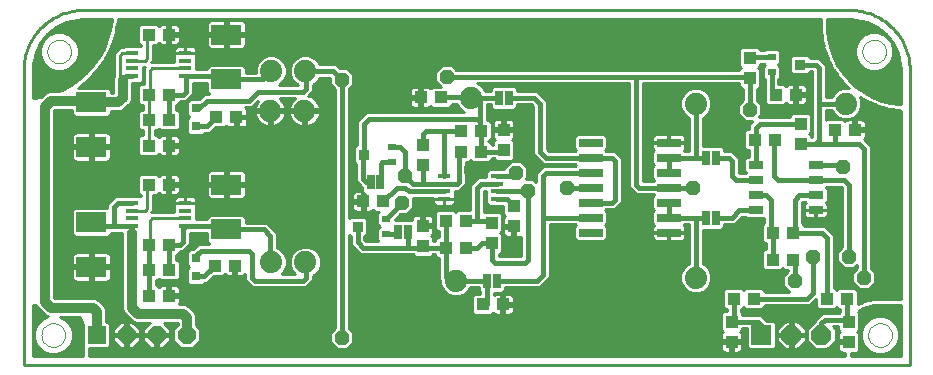
<source format=gtl>
G75*
G70*
%OFA0B0*%
%FSLAX24Y24*%
%IPPOS*%
%LPD*%
%AMOC8*
5,1,8,0,0,1.08239X$1,22.5*
%
%ADD10C,0.0100*%
%ADD11C,0.0000*%
%ADD12R,0.0433X0.0157*%
%ADD13R,0.0800X0.0260*%
%ADD14R,0.0433X0.0394*%
%ADD15R,0.0984X0.0669*%
%ADD16R,0.0394X0.0433*%
%ADD17R,0.0250X0.0500*%
%ADD18C,0.0740*%
%ADD19R,0.0500X0.0250*%
%ADD20R,0.0354X0.0354*%
%ADD21R,0.0276X0.0236*%
%ADD22R,0.0660X0.0660*%
%ADD23OC8,0.0660*%
%ADD24R,0.0594X0.0594*%
%ADD25OC8,0.0594*%
%ADD26R,0.0315X0.0315*%
%ADD27OC8,0.0475*%
%ADD28C,0.0160*%
%ADD29C,0.0320*%
D10*
X006268Y006031D02*
X006268Y015874D01*
X006568Y015874D02*
X006578Y016060D01*
X006662Y016425D01*
X006824Y016761D01*
X007057Y017053D01*
X007349Y017286D01*
X007685Y017448D01*
X008050Y017532D01*
X008236Y017542D01*
X009204Y017542D01*
X009202Y017512D01*
X009147Y017185D01*
X009055Y016867D01*
X008928Y016561D01*
X008768Y016271D01*
X008577Y016001D01*
X008356Y015754D01*
X008109Y015534D01*
X007839Y015342D01*
X007549Y015182D01*
X007451Y015141D01*
X007106Y015141D01*
X006992Y015094D01*
X006905Y015007D01*
X006849Y014950D01*
X006599Y014908D01*
X006568Y014906D01*
X006568Y015874D01*
X006568Y015881D02*
X007175Y015881D01*
X007084Y015918D02*
X007321Y015820D01*
X007577Y015820D01*
X007814Y015918D01*
X007995Y016100D01*
X008093Y016336D01*
X008093Y016592D01*
X007995Y016829D01*
X007814Y017010D01*
X007577Y017108D01*
X007321Y017108D01*
X007084Y017010D01*
X006903Y016829D01*
X006805Y016592D01*
X006805Y016336D01*
X006903Y016100D01*
X007084Y015918D01*
X007023Y015980D02*
X006574Y015980D01*
X006583Y016078D02*
X006925Y016078D01*
X006871Y016177D02*
X006605Y016177D01*
X006627Y016275D02*
X006831Y016275D01*
X006805Y016374D02*
X006650Y016374D01*
X006684Y016472D02*
X006805Y016472D01*
X006805Y016571D02*
X006732Y016571D01*
X006779Y016669D02*
X006837Y016669D01*
X006829Y016768D02*
X006878Y016768D01*
X006907Y016866D02*
X006941Y016866D01*
X006986Y016965D02*
X007039Y016965D01*
X007069Y017063D02*
X007213Y017063D01*
X007192Y017162D02*
X009140Y017162D01*
X009159Y017260D02*
X007316Y017260D01*
X007499Y017359D02*
X009176Y017359D01*
X009193Y017457D02*
X007723Y017457D01*
X007685Y017063D02*
X009112Y017063D01*
X009083Y016965D02*
X007859Y016965D01*
X007957Y016866D02*
X009055Y016866D01*
X009014Y016768D02*
X008020Y016768D01*
X008061Y016669D02*
X008973Y016669D01*
X008932Y016571D02*
X008093Y016571D01*
X008093Y016472D02*
X008879Y016472D01*
X008825Y016374D02*
X008093Y016374D01*
X008068Y016275D02*
X008770Y016275D01*
X008701Y016177D02*
X008027Y016177D01*
X007973Y016078D02*
X008631Y016078D01*
X008557Y015980D02*
X007875Y015980D01*
X007724Y015881D02*
X008469Y015881D01*
X008381Y015783D02*
X006568Y015783D01*
X006568Y015684D02*
X008277Y015684D01*
X008167Y015586D02*
X006568Y015586D01*
X006568Y015487D02*
X008044Y015487D01*
X007905Y015389D02*
X006568Y015389D01*
X006568Y015290D02*
X007745Y015290D01*
X007567Y015192D02*
X006568Y015192D01*
X006568Y015093D02*
X006992Y015093D01*
X006893Y014995D02*
X006568Y014995D01*
X007278Y014503D02*
X007296Y014521D01*
X007876Y014521D01*
X007876Y014382D01*
X007964Y014294D01*
X009072Y014294D01*
X009160Y014382D01*
X009160Y014469D01*
X009478Y014469D01*
X009592Y014516D01*
X009744Y014668D01*
X009831Y014756D01*
X009878Y014869D01*
X009878Y015417D01*
X009977Y015417D01*
X009979Y015419D01*
X010161Y015419D01*
X010249Y015506D01*
X010249Y015959D01*
X010313Y015959D01*
X010268Y015914D01*
X010268Y015378D01*
X010155Y015378D01*
X010067Y015290D01*
X009878Y015290D01*
X009878Y015192D02*
X010067Y015192D01*
X010067Y015290D02*
X010067Y014772D01*
X010155Y014684D01*
X010233Y014684D01*
X010233Y014528D01*
X010155Y014528D01*
X010067Y014440D01*
X010067Y013922D01*
X010155Y013834D01*
X010233Y013834D01*
X010233Y013678D01*
X010155Y013678D01*
X010067Y013590D01*
X010067Y013072D01*
X010155Y012984D01*
X010712Y012984D01*
X010768Y013040D01*
X010794Y013014D01*
X010828Y012994D01*
X010866Y012984D01*
X011054Y012984D01*
X011054Y013283D01*
X011151Y013283D01*
X011151Y013380D01*
X011054Y013380D01*
X011054Y013678D01*
X010866Y013678D01*
X010828Y013668D01*
X010794Y013648D01*
X010768Y013622D01*
X010712Y013678D01*
X010633Y013678D01*
X010633Y013834D01*
X010712Y013834D01*
X010768Y013890D01*
X010824Y013834D01*
X011381Y013834D01*
X011469Y013922D01*
X011469Y014440D01*
X011381Y014528D01*
X011333Y014528D01*
X011333Y014684D01*
X011381Y014684D01*
X011469Y014772D01*
X011469Y014801D01*
X011663Y014801D01*
X011763Y014901D01*
X011898Y015036D01*
X011898Y015417D01*
X012376Y015417D01*
X012376Y015136D01*
X012451Y015061D01*
X012273Y015061D01*
X012138Y014926D01*
X012095Y014884D01*
X011798Y014884D01*
X011710Y014796D01*
X011710Y014357D01*
X011786Y014281D01*
X011710Y014205D01*
X011710Y013766D01*
X011798Y013678D01*
X012238Y013678D01*
X012315Y013756D01*
X012483Y013756D01*
X012662Y013934D01*
X012962Y013934D01*
X013018Y013990D01*
X013044Y013964D01*
X013078Y013944D01*
X013116Y013934D01*
X013304Y013934D01*
X013304Y014233D01*
X013401Y014233D01*
X013401Y014330D01*
X013719Y014330D01*
X013719Y014498D01*
X013709Y014536D01*
X013689Y014570D01*
X013661Y014598D01*
X013656Y014601D01*
X013863Y014601D01*
X014074Y014812D01*
X014037Y014760D01*
X014000Y014687D01*
X013974Y014610D01*
X013963Y014538D01*
X014431Y014538D01*
X014431Y014438D01*
X013963Y014438D01*
X013974Y014366D01*
X014000Y014288D01*
X014037Y014215D01*
X014085Y014149D01*
X014143Y014091D01*
X014209Y014043D01*
X014282Y014006D01*
X014360Y013981D01*
X014431Y013969D01*
X014431Y014438D01*
X014531Y014438D01*
X014531Y013969D01*
X014603Y013981D01*
X014681Y014006D01*
X014754Y014043D01*
X014820Y014091D01*
X014878Y014149D01*
X014926Y014215D01*
X014963Y014288D01*
X014989Y014366D01*
X015000Y014438D01*
X014531Y014438D01*
X014531Y014538D01*
X015000Y014538D01*
X014989Y014610D01*
X014963Y014687D01*
X014926Y014760D01*
X014878Y014827D01*
X014820Y014884D01*
X014797Y014901D01*
X015306Y014901D01*
X015283Y014884D01*
X015225Y014827D01*
X015177Y014760D01*
X015140Y014687D01*
X015114Y014610D01*
X015103Y014538D01*
X015571Y014538D01*
X015571Y014438D01*
X015103Y014438D01*
X015114Y014366D01*
X015140Y014288D01*
X015177Y014215D01*
X015225Y014149D01*
X015283Y014091D01*
X015349Y014043D01*
X015422Y014006D01*
X015500Y013981D01*
X015571Y013969D01*
X015571Y014438D01*
X015671Y014438D01*
X015671Y013969D01*
X015743Y013981D01*
X015821Y014006D01*
X015894Y014043D01*
X015960Y014091D01*
X016018Y014149D01*
X016066Y014215D01*
X016103Y014288D01*
X016129Y014366D01*
X016140Y014438D01*
X015671Y014438D01*
X015671Y014538D01*
X016140Y014538D01*
X016129Y014610D01*
X016103Y014687D01*
X016066Y014760D01*
X016018Y014827D01*
X015960Y014884D01*
X015894Y014933D01*
X015821Y014970D01*
X015754Y014992D01*
X015763Y015001D01*
X015763Y015001D01*
X015898Y015136D01*
X015898Y015354D01*
X015949Y015375D01*
X016095Y015522D01*
X016122Y015586D01*
X016480Y015586D01*
X016480Y015371D01*
X016638Y015213D01*
X016638Y007249D01*
X016480Y007092D01*
X016480Y006771D01*
X016707Y006544D01*
X017028Y006544D01*
X017255Y006771D01*
X017255Y007092D01*
X017098Y007249D01*
X017098Y010362D01*
X017156Y010304D01*
X017166Y010304D01*
X017166Y010008D01*
X017338Y009836D01*
X017473Y009701D01*
X019238Y009701D01*
X019309Y009630D01*
X019827Y009630D01*
X019898Y009701D01*
X019967Y009701D01*
X019967Y009672D01*
X020055Y009584D01*
X020103Y009584D01*
X020103Y008870D01*
X020148Y008826D01*
X020148Y008728D01*
X020227Y008537D01*
X020373Y008390D01*
X020565Y008311D01*
X020771Y008311D01*
X020963Y008390D01*
X021109Y008537D01*
X021136Y008601D01*
X021431Y008601D01*
X021431Y008519D01*
X021476Y008474D01*
X021476Y008384D01*
X021289Y008384D01*
X021201Y008296D01*
X021201Y007778D01*
X021289Y007691D01*
X021847Y007691D01*
X021903Y007747D01*
X021929Y007721D01*
X021963Y007701D01*
X022001Y007691D01*
X022189Y007691D01*
X022189Y007989D01*
X022286Y007989D01*
X022286Y008086D01*
X022604Y008086D01*
X022604Y008254D01*
X022594Y008292D01*
X022574Y008326D01*
X022546Y008354D01*
X022512Y008374D01*
X022474Y008384D01*
X022286Y008384D01*
X022286Y008086D01*
X022189Y008086D01*
X022189Y008384D01*
X022001Y008384D01*
X021963Y008374D01*
X021936Y008358D01*
X021936Y008431D01*
X022217Y008431D01*
X022305Y008519D01*
X022305Y008601D01*
X023463Y008601D01*
X023663Y008801D01*
X023798Y008936D01*
X023798Y010701D01*
X024651Y010701D01*
X024671Y010681D01*
X024613Y010623D01*
X024613Y010239D01*
X024701Y010151D01*
X025625Y010151D01*
X025713Y010239D01*
X025713Y010623D01*
X025655Y010681D01*
X025713Y010739D01*
X025713Y011123D01*
X025655Y011181D01*
X025675Y011201D01*
X025963Y011201D01*
X026098Y011336D01*
X026198Y011436D01*
X026198Y012926D01*
X026438Y012926D01*
X026438Y012828D02*
X026198Y012828D01*
X026198Y012926D02*
X026063Y013061D01*
X025963Y013161D01*
X025675Y013161D01*
X025655Y013181D01*
X025713Y013239D01*
X025713Y013623D01*
X025625Y013711D01*
X024701Y013711D01*
X024613Y013623D01*
X024613Y013239D01*
X024671Y013181D01*
X024651Y013161D01*
X023763Y013161D01*
X023698Y013226D01*
X023698Y014826D01*
X023563Y014961D01*
X023363Y015161D01*
X022705Y015161D01*
X022705Y015243D01*
X022617Y015331D01*
X021919Y015331D01*
X021831Y015243D01*
X021831Y015161D01*
X021636Y015161D01*
X021609Y015226D01*
X021463Y015372D01*
X021392Y015401D01*
X026438Y015401D01*
X026438Y011936D01*
X026573Y011801D01*
X026673Y011701D01*
X027261Y011701D01*
X027281Y011681D01*
X027223Y011623D01*
X027223Y011239D01*
X027281Y011181D01*
X027223Y011123D01*
X027223Y010739D01*
X027281Y010681D01*
X027253Y010653D01*
X027233Y010619D01*
X027223Y010581D01*
X027223Y010446D01*
X027758Y010446D01*
X027758Y010416D01*
X027788Y010416D01*
X027788Y010151D01*
X028193Y010151D01*
X028231Y010161D01*
X028265Y010181D01*
X028293Y010209D01*
X028313Y010243D01*
X028323Y010281D01*
X028323Y010416D01*
X027788Y010416D01*
X027788Y010446D01*
X028323Y010446D01*
X028323Y010581D01*
X028313Y010619D01*
X028293Y010653D01*
X028265Y010681D01*
X028285Y010701D01*
X028438Y010701D01*
X028438Y009399D01*
X028373Y009372D01*
X028227Y009226D01*
X028148Y009035D01*
X028148Y008828D01*
X028227Y008637D01*
X028373Y008490D01*
X028565Y008411D01*
X028771Y008411D01*
X028963Y008490D01*
X029109Y008637D01*
X029188Y008828D01*
X029188Y009035D01*
X029109Y009226D01*
X028963Y009372D01*
X028898Y009399D01*
X028898Y010531D01*
X029517Y010531D01*
X029605Y010619D01*
X029605Y010701D01*
X029963Y010701D01*
X030098Y010836D01*
X030213Y010951D01*
X030311Y010951D01*
X030356Y010906D01*
X030938Y010906D01*
X030938Y010761D01*
X030867Y010690D01*
X030867Y010172D01*
X030955Y010084D01*
X031003Y010084D01*
X031003Y009878D01*
X030955Y009878D01*
X030867Y009790D01*
X030867Y009272D01*
X030955Y009184D01*
X031512Y009184D01*
X031568Y009240D01*
X031624Y009184D01*
X031738Y009184D01*
X031738Y009149D01*
X031580Y008992D01*
X031580Y008671D01*
X031790Y008461D01*
X030969Y008461D01*
X030969Y008490D01*
X030881Y008578D01*
X030324Y008578D01*
X030268Y008522D01*
X030212Y008578D01*
X029655Y008578D01*
X029567Y008490D01*
X029567Y007972D01*
X029655Y007884D01*
X029703Y007884D01*
X029703Y007832D01*
X029609Y007832D01*
X029521Y007744D01*
X029521Y007187D01*
X029577Y007131D01*
X029551Y007105D01*
X029531Y007071D01*
X029521Y007033D01*
X029521Y006845D01*
X029820Y006845D01*
X029820Y006748D01*
X029916Y006748D01*
X029916Y006430D01*
X030085Y006430D01*
X030123Y006440D01*
X030157Y006460D01*
X030185Y006488D01*
X030205Y006522D01*
X030215Y006560D01*
X030215Y006748D01*
X029916Y006748D01*
X029916Y006845D01*
X030215Y006845D01*
X030215Y007033D01*
X030205Y007071D01*
X030185Y007105D01*
X030159Y007131D01*
X030215Y007187D01*
X030215Y007236D01*
X030379Y007236D01*
X030379Y006623D01*
X030466Y006535D01*
X031251Y006535D01*
X031339Y006623D01*
X031339Y007407D01*
X031251Y007495D01*
X031029Y007495D01*
X030963Y007561D01*
X030829Y007696D01*
X030215Y007696D01*
X030215Y007744D01*
X030163Y007796D01*
X030163Y007884D01*
X030212Y007884D01*
X030268Y007940D01*
X030324Y007884D01*
X030881Y007884D01*
X030969Y007972D01*
X030969Y008001D01*
X032463Y008001D01*
X032663Y008201D01*
X032667Y008205D01*
X032667Y007972D01*
X032755Y007884D01*
X033312Y007884D01*
X033368Y007940D01*
X033424Y007884D01*
X033473Y007884D01*
X033473Y007796D01*
X033438Y007761D01*
X032873Y007761D01*
X032738Y007626D01*
X032629Y007517D01*
X032629Y007464D01*
X032379Y007214D01*
X032379Y006817D01*
X032660Y006535D01*
X033057Y006535D01*
X033339Y006817D01*
X033339Y007214D01*
X033252Y007301D01*
X033421Y007301D01*
X033421Y007187D01*
X033477Y007131D01*
X033451Y007105D01*
X033431Y007071D01*
X033421Y007033D01*
X033421Y006845D01*
X033627Y006845D01*
X033627Y006748D01*
X033421Y006748D01*
X033421Y006560D01*
X033431Y006522D01*
X033451Y006488D01*
X033479Y006460D01*
X033513Y006440D01*
X033551Y006430D01*
X033627Y006430D01*
X033627Y006331D01*
X008436Y006331D01*
X008436Y006569D01*
X009064Y006569D01*
X009152Y006656D01*
X009152Y007374D01*
X009064Y007462D01*
X009015Y007462D01*
X009015Y007856D01*
X008968Y007970D01*
X008831Y008107D01*
X008744Y008194D01*
X008630Y008241D01*
X007296Y008241D01*
X007278Y008260D01*
X007278Y014503D01*
X007278Y014502D02*
X007876Y014502D01*
X007876Y014404D02*
X007278Y014404D01*
X007278Y014305D02*
X007953Y014305D01*
X008006Y013768D02*
X007968Y013757D01*
X007934Y013738D01*
X007906Y013710D01*
X007886Y013676D01*
X007876Y013637D01*
X007876Y013333D01*
X008468Y013333D01*
X008468Y013233D01*
X008568Y013233D01*
X008568Y012798D01*
X009030Y012798D01*
X009068Y012809D01*
X009102Y012828D01*
X009130Y012856D01*
X009150Y012891D01*
X009160Y012929D01*
X009160Y013233D01*
X008568Y013233D01*
X008568Y013333D01*
X009160Y013333D01*
X009160Y013637D01*
X009150Y013676D01*
X009130Y013710D01*
X009102Y013738D01*
X009068Y013757D01*
X009030Y013768D01*
X008568Y013768D01*
X008568Y013333D01*
X008468Y013333D01*
X008468Y013768D01*
X008006Y013768D01*
X007910Y013714D02*
X007278Y013714D01*
X007278Y013616D02*
X007876Y013616D01*
X007876Y013517D02*
X007278Y013517D01*
X007278Y013419D02*
X007876Y013419D01*
X007876Y013233D02*
X007876Y012929D01*
X007886Y012891D01*
X007906Y012856D01*
X007934Y012828D01*
X007968Y012809D01*
X008006Y012798D01*
X008468Y012798D01*
X008468Y013233D01*
X007876Y013233D01*
X007876Y013222D02*
X007278Y013222D01*
X007278Y013320D02*
X008468Y013320D01*
X008468Y013222D02*
X008568Y013222D01*
X008568Y013320D02*
X010067Y013320D01*
X010067Y013222D02*
X009160Y013222D01*
X009160Y013123D02*
X010067Y013123D01*
X010114Y013025D02*
X009160Y013025D01*
X009159Y012926D02*
X016638Y012926D01*
X016638Y012828D02*
X009101Y012828D01*
X008568Y012828D02*
X008468Y012828D01*
X008468Y012926D02*
X008568Y012926D01*
X008568Y013025D02*
X008468Y013025D01*
X008468Y013123D02*
X008568Y013123D01*
X007876Y013123D02*
X007278Y013123D01*
X007278Y013025D02*
X007876Y013025D01*
X007877Y012926D02*
X007278Y012926D01*
X007278Y012828D02*
X007935Y012828D01*
X007278Y012729D02*
X016638Y012729D01*
X016638Y012631D02*
X007278Y012631D01*
X007278Y012532D02*
X016638Y012532D01*
X016638Y012434D02*
X013643Y012434D01*
X013650Y012422D02*
X013630Y012456D01*
X013602Y012484D01*
X013568Y012504D01*
X013530Y012514D01*
X013068Y012514D01*
X013068Y012079D01*
X013660Y012079D01*
X013660Y012384D01*
X013650Y012422D01*
X013660Y012335D02*
X016638Y012335D01*
X016638Y012237D02*
X013660Y012237D01*
X013660Y012138D02*
X016638Y012138D01*
X016638Y012040D02*
X013068Y012040D01*
X013068Y012079D02*
X013068Y011979D01*
X013068Y011544D01*
X013530Y011544D01*
X013568Y011555D01*
X013602Y011574D01*
X013630Y011602D01*
X013650Y011637D01*
X013660Y011675D01*
X013660Y011979D01*
X013068Y011979D01*
X012968Y011979D01*
X012968Y011544D01*
X012506Y011544D01*
X012468Y011555D01*
X012434Y011574D01*
X012406Y011602D01*
X012386Y011637D01*
X012376Y011675D01*
X012376Y011979D01*
X012968Y011979D01*
X012968Y012079D01*
X012376Y012079D01*
X012376Y012384D01*
X012386Y012422D01*
X012406Y012456D01*
X012434Y012484D01*
X012468Y012504D01*
X012506Y012514D01*
X012968Y012514D01*
X012968Y012079D01*
X013068Y012079D01*
X013068Y012138D02*
X012968Y012138D01*
X012968Y012040D02*
X011151Y012040D01*
X011151Y012080D02*
X011469Y012080D01*
X011469Y012248D01*
X011459Y012286D01*
X011439Y012320D01*
X011411Y012348D01*
X011377Y012368D01*
X011339Y012378D01*
X011151Y012378D01*
X011151Y012080D01*
X011054Y012080D01*
X011054Y012378D01*
X010866Y012378D01*
X010828Y012368D01*
X010794Y012348D01*
X010768Y012322D01*
X010712Y012378D01*
X010155Y012378D01*
X010067Y012290D01*
X010067Y011772D01*
X010155Y011684D01*
X010168Y011684D01*
X010168Y011637D01*
X010161Y011644D01*
X009979Y011644D01*
X009977Y011645D01*
X009307Y011645D01*
X009173Y011511D01*
X009038Y011376D01*
X009038Y011264D01*
X007964Y011264D01*
X007876Y011176D01*
X007876Y010382D01*
X007964Y010294D01*
X009072Y010294D01*
X009160Y010382D01*
X009160Y010417D01*
X009558Y010417D01*
X009558Y007869D01*
X009605Y007756D01*
X009692Y007668D01*
X009892Y007468D01*
X010006Y007421D01*
X010479Y007421D01*
X010258Y007200D01*
X010258Y007064D01*
X010657Y007064D01*
X010657Y006967D01*
X010753Y006967D01*
X010753Y006569D01*
X010890Y006569D01*
X011152Y006830D01*
X011152Y006967D01*
X010753Y006967D01*
X010753Y007064D01*
X011152Y007064D01*
X011152Y007200D01*
X010931Y007421D01*
X011395Y007421D01*
X011395Y007337D01*
X011258Y007200D01*
X011258Y006830D01*
X011520Y006569D01*
X011890Y006569D01*
X012152Y006830D01*
X012152Y007200D01*
X012015Y007337D01*
X012015Y007656D01*
X011968Y007770D01*
X011831Y007907D01*
X011744Y007994D01*
X011630Y008041D01*
X011438Y008041D01*
X011439Y008042D01*
X011459Y008076D01*
X011469Y008115D01*
X011469Y008283D01*
X011151Y008283D01*
X011151Y008380D01*
X011054Y008380D01*
X011054Y008678D01*
X010866Y008678D01*
X010828Y008668D01*
X010794Y008648D01*
X010768Y008622D01*
X010712Y008678D01*
X010663Y008678D01*
X010663Y008834D01*
X010712Y008834D01*
X010768Y008890D01*
X010824Y008834D01*
X011381Y008834D01*
X011469Y008922D01*
X011469Y009440D01*
X011381Y009528D01*
X011333Y009528D01*
X011333Y009684D01*
X011381Y009684D01*
X011469Y009772D01*
X011469Y009801D01*
X011563Y009801D01*
X011663Y009901D01*
X011798Y010036D01*
X011798Y010417D01*
X012376Y010417D01*
X012376Y010136D01*
X012451Y010061D01*
X012073Y010061D01*
X011938Y009926D01*
X011895Y009884D01*
X011798Y009884D01*
X011710Y009796D01*
X011710Y009357D01*
X011786Y009281D01*
X011710Y009205D01*
X011710Y008766D01*
X011798Y008678D01*
X012238Y008678D01*
X012315Y008756D01*
X012383Y008756D01*
X012612Y008984D01*
X012912Y008984D01*
X012968Y009040D01*
X012994Y009014D01*
X013028Y008994D01*
X013066Y008984D01*
X013254Y008984D01*
X013254Y009283D01*
X013351Y009283D01*
X013351Y008984D01*
X013539Y008984D01*
X013577Y008994D01*
X013611Y009014D01*
X013638Y009041D01*
X013638Y008836D01*
X013738Y008736D01*
X013873Y008601D01*
X015663Y008601D01*
X015763Y008701D01*
X015898Y008836D01*
X015898Y008983D01*
X015949Y009004D01*
X016095Y009151D01*
X016175Y009342D01*
X016175Y009549D01*
X016095Y009740D01*
X015949Y009886D01*
X015758Y009965D01*
X015551Y009965D01*
X015360Y009886D01*
X015214Y009740D01*
X015135Y009549D01*
X015135Y009342D01*
X015214Y009151D01*
X015303Y009061D01*
X014866Y009061D01*
X014955Y009151D01*
X015035Y009342D01*
X015035Y009549D01*
X014955Y009740D01*
X014809Y009886D01*
X014698Y009932D01*
X014698Y010426D01*
X014563Y010561D01*
X014361Y010763D01*
X013660Y010763D01*
X013660Y010930D01*
X013572Y011018D01*
X012464Y011018D01*
X012376Y010930D01*
X012376Y010877D01*
X012020Y010877D01*
X012020Y011300D01*
X012017Y011303D01*
X012020Y011316D01*
X012020Y011415D01*
X012020Y011513D01*
X012010Y011552D01*
X011990Y011586D01*
X011962Y011614D01*
X011928Y011633D01*
X011890Y011644D01*
X011654Y011644D01*
X011654Y011415D01*
X012020Y011415D01*
X011654Y011415D01*
X011654Y011415D01*
X011654Y011415D01*
X011654Y011644D01*
X011418Y011644D01*
X011379Y011633D01*
X011345Y011614D01*
X011317Y011586D01*
X011297Y011552D01*
X011287Y011513D01*
X011287Y011415D01*
X011654Y011415D01*
X011654Y011415D01*
X011287Y011415D01*
X011287Y011316D01*
X011291Y011303D01*
X011287Y011300D01*
X011287Y011103D01*
X010523Y011103D01*
X010568Y011148D01*
X010568Y011684D01*
X010712Y011684D01*
X010768Y011740D01*
X010794Y011714D01*
X010828Y011694D01*
X010866Y011684D01*
X011054Y011684D01*
X011054Y011983D01*
X011151Y011983D01*
X011151Y012080D01*
X011151Y012138D02*
X011054Y012138D01*
X011054Y012237D02*
X011151Y012237D01*
X011151Y012335D02*
X011054Y012335D01*
X010781Y012335D02*
X010755Y012335D01*
X010433Y012031D02*
X010368Y011966D01*
X010368Y011231D01*
X010296Y011159D01*
X009882Y011159D01*
X010468Y010831D02*
X010540Y010903D01*
X011654Y010903D01*
X012020Y010956D02*
X012402Y010956D01*
X012020Y011055D02*
X016638Y011055D01*
X016638Y011153D02*
X012020Y011153D01*
X012020Y011252D02*
X016638Y011252D01*
X016638Y011350D02*
X012020Y011350D01*
X012020Y011449D02*
X016638Y011449D01*
X016638Y011547D02*
X013540Y011547D01*
X013652Y011646D02*
X016638Y011646D01*
X016638Y011744D02*
X013660Y011744D01*
X013660Y011843D02*
X016638Y011843D01*
X016638Y011941D02*
X013660Y011941D01*
X013068Y011941D02*
X012968Y011941D01*
X012968Y011843D02*
X013068Y011843D01*
X013068Y011744D02*
X012968Y011744D01*
X012968Y011646D02*
X013068Y011646D01*
X013068Y011547D02*
X012968Y011547D01*
X012496Y011547D02*
X012011Y011547D01*
X011654Y011547D02*
X011654Y011547D01*
X011654Y011449D02*
X011654Y011449D01*
X011411Y011714D02*
X011439Y011742D01*
X011459Y011776D01*
X011469Y011815D01*
X011469Y011983D01*
X011151Y011983D01*
X011151Y011684D01*
X011339Y011684D01*
X011377Y011694D01*
X011411Y011714D01*
X011440Y011744D02*
X012376Y011744D01*
X012376Y011843D02*
X011469Y011843D01*
X011469Y011941D02*
X012376Y011941D01*
X012376Y012138D02*
X011469Y012138D01*
X011469Y012237D02*
X012376Y012237D01*
X012376Y012335D02*
X011424Y012335D01*
X011151Y011941D02*
X011054Y011941D01*
X011054Y011843D02*
X011151Y011843D01*
X011151Y011744D02*
X011054Y011744D01*
X011296Y011547D02*
X010568Y011547D01*
X010568Y011449D02*
X011287Y011449D01*
X011287Y011350D02*
X010568Y011350D01*
X010568Y011252D02*
X011287Y011252D01*
X011287Y011153D02*
X010568Y011153D01*
X010468Y010831D02*
X010468Y010066D01*
X010433Y010031D01*
X009558Y010070D02*
X007278Y010070D01*
X007278Y010168D02*
X009558Y010168D01*
X009558Y010267D02*
X007278Y010267D01*
X007278Y010365D02*
X007893Y010365D01*
X007876Y010464D02*
X007278Y010464D01*
X007278Y010562D02*
X007876Y010562D01*
X007876Y010661D02*
X007278Y010661D01*
X007278Y010759D02*
X007876Y010759D01*
X007876Y010858D02*
X007278Y010858D01*
X007278Y010956D02*
X007876Y010956D01*
X007876Y011055D02*
X007278Y011055D01*
X007278Y011153D02*
X007876Y011153D01*
X007952Y011252D02*
X007278Y011252D01*
X007278Y011350D02*
X009038Y011350D01*
X009110Y011449D02*
X007278Y011449D01*
X007278Y011547D02*
X009209Y011547D01*
X010067Y011843D02*
X007278Y011843D01*
X007278Y011941D02*
X010067Y011941D01*
X010067Y012040D02*
X007278Y012040D01*
X007278Y012138D02*
X010067Y012138D01*
X010067Y012237D02*
X007278Y012237D01*
X007278Y012335D02*
X010112Y012335D01*
X010095Y011744D02*
X007278Y011744D01*
X007278Y011646D02*
X010168Y011646D01*
X010568Y011646D02*
X012384Y011646D01*
X012968Y012237D02*
X013068Y012237D01*
X013068Y012335D02*
X012968Y012335D01*
X012968Y012434D02*
X013068Y012434D01*
X012393Y012434D02*
X007278Y012434D01*
X008468Y013419D02*
X008568Y013419D01*
X008568Y013517D02*
X008468Y013517D01*
X008468Y013616D02*
X008568Y013616D01*
X008568Y013714D02*
X008468Y013714D01*
X009126Y013714D02*
X010233Y013714D01*
X010233Y013813D02*
X007278Y013813D01*
X007278Y013911D02*
X010078Y013911D01*
X010067Y014010D02*
X007278Y014010D01*
X007278Y014108D02*
X010067Y014108D01*
X010067Y014207D02*
X007278Y014207D01*
X008074Y015264D02*
X008168Y015330D01*
X008180Y015329D01*
X008234Y015377D01*
X008292Y015418D01*
X008294Y015431D01*
X008437Y015558D01*
X008450Y015559D01*
X008498Y015613D01*
X008551Y015660D01*
X008552Y015673D01*
X008679Y015816D01*
X008692Y015818D01*
X008733Y015876D01*
X008781Y015930D01*
X008780Y015942D01*
X008891Y016098D01*
X008903Y016102D01*
X008938Y016165D01*
X008979Y016223D01*
X008977Y016236D01*
X009070Y016403D01*
X009081Y016408D01*
X009109Y016474D01*
X009143Y016537D01*
X009140Y016549D01*
X009213Y016726D01*
X009224Y016732D01*
X009244Y016801D01*
X009272Y016867D01*
X009267Y016879D01*
X009320Y017062D01*
X009330Y017070D01*
X009342Y017141D01*
X009362Y017209D01*
X009356Y017221D01*
X009388Y017409D01*
X009397Y017418D01*
X009401Y017489D01*
X009410Y017542D01*
X032840Y017542D01*
X032840Y017323D01*
X032833Y017315D01*
X032840Y017242D01*
X032840Y017169D01*
X032848Y017161D01*
X032865Y016981D01*
X032858Y016970D01*
X032873Y016900D01*
X032880Y016830D01*
X032891Y016821D01*
X032930Y016643D01*
X032924Y016630D01*
X032948Y016563D01*
X032963Y016494D01*
X032975Y016487D01*
X033036Y016314D01*
X033031Y016301D01*
X033063Y016238D01*
X033086Y016171D01*
X033099Y016165D01*
X033180Y016001D01*
X033177Y015987D01*
X033216Y015928D01*
X033247Y015865D01*
X033260Y015860D01*
X033361Y015707D01*
X033360Y015694D01*
X033405Y015640D01*
X033444Y015580D01*
X033458Y015578D01*
X033576Y015438D01*
X033576Y015424D01*
X033628Y015376D01*
X033674Y015322D01*
X033688Y015321D01*
X033763Y015251D01*
X033565Y015251D01*
X033373Y015172D01*
X033227Y015026D01*
X033200Y014961D01*
X032998Y014961D01*
X032998Y016026D01*
X032863Y016161D01*
X032763Y016261D01*
X032468Y016261D01*
X032468Y016270D01*
X032380Y016358D01*
X031901Y016358D01*
X031813Y016270D01*
X031813Y015792D01*
X031901Y015704D01*
X032380Y015704D01*
X032468Y015792D01*
X032468Y015801D01*
X032538Y015801D01*
X032538Y013626D01*
X032515Y013626D01*
X032515Y013675D01*
X032459Y013731D01*
X032515Y013787D01*
X032515Y014344D01*
X032427Y014432D01*
X031909Y014432D01*
X031821Y014344D01*
X031821Y014296D01*
X030781Y014296D01*
X030855Y014371D01*
X030855Y014692D01*
X030698Y014849D01*
X030698Y015230D01*
X030727Y015230D01*
X030815Y015318D01*
X030815Y015875D01*
X030759Y015931D01*
X030815Y015987D01*
X030815Y016057D01*
X030957Y016057D01*
X030983Y016031D01*
X030908Y015955D01*
X030908Y015595D01*
X030966Y015537D01*
X030966Y015074D01*
X030967Y015072D01*
X030967Y014772D01*
X031055Y014684D01*
X031612Y014684D01*
X031668Y014740D01*
X031694Y014714D01*
X031728Y014694D01*
X031766Y014684D01*
X031954Y014684D01*
X031954Y014983D01*
X032051Y014983D01*
X032051Y015080D01*
X031954Y015080D01*
X031954Y015378D01*
X031766Y015378D01*
X031728Y015368D01*
X031694Y015348D01*
X031668Y015322D01*
X031612Y015378D01*
X031426Y015378D01*
X031426Y015537D01*
X031483Y015595D01*
X031483Y015955D01*
X031408Y016031D01*
X031483Y016107D01*
X031483Y016467D01*
X031395Y016555D01*
X030996Y016555D01*
X030957Y016517D01*
X030815Y016517D01*
X030815Y016544D01*
X030727Y016632D01*
X030209Y016632D01*
X030121Y016544D01*
X030121Y015987D01*
X030177Y015931D01*
X030121Y015875D01*
X030121Y015861D01*
X020686Y015861D01*
X020528Y016019D01*
X020207Y016019D01*
X019980Y015792D01*
X019980Y015471D01*
X020161Y015291D01*
X019889Y015291D01*
X019833Y015235D01*
X019807Y015261D01*
X019773Y015280D01*
X019735Y015291D01*
X019547Y015291D01*
X019547Y014992D01*
X019450Y014992D01*
X019450Y014895D01*
X019547Y014895D01*
X019547Y014597D01*
X019735Y014597D01*
X019773Y014607D01*
X019807Y014627D01*
X019833Y014653D01*
X019889Y014597D01*
X020447Y014597D01*
X020535Y014685D01*
X020535Y014714D01*
X020695Y014714D01*
X020727Y014637D01*
X020873Y014490D01*
X020944Y014461D01*
X017673Y014461D01*
X017538Y014326D01*
X017366Y014154D01*
X017366Y013358D01*
X017356Y013358D01*
X017268Y013270D01*
X017268Y012792D01*
X017338Y012722D01*
X017338Y012136D01*
X017473Y012001D01*
X017557Y011917D01*
X017557Y011798D01*
X017631Y011724D01*
X017631Y011523D01*
X017534Y011523D01*
X017534Y011821D01*
X017346Y011821D01*
X017308Y011811D01*
X017274Y011791D01*
X017246Y011763D01*
X017226Y011729D01*
X017216Y011691D01*
X017216Y011523D01*
X017534Y011523D01*
X017534Y011426D01*
X017631Y011426D01*
X017631Y011128D01*
X017818Y011128D01*
X017857Y011138D01*
X017891Y011158D01*
X017917Y011184D01*
X017973Y011128D01*
X018113Y011128D01*
X018053Y011067D01*
X018053Y010707D01*
X018128Y010631D01*
X018053Y010555D01*
X018053Y010195D01*
X018086Y010161D01*
X017663Y010161D01*
X017626Y010199D01*
X017626Y010304D01*
X017635Y010304D01*
X017723Y010392D01*
X017723Y010870D01*
X017635Y010958D01*
X017156Y010958D01*
X017098Y010900D01*
X017098Y015213D01*
X017255Y015371D01*
X017255Y015692D01*
X017028Y015919D01*
X016806Y015919D01*
X016678Y016046D01*
X016122Y016046D01*
X016095Y016111D01*
X015949Y016257D01*
X015758Y016336D01*
X015551Y016336D01*
X015360Y016257D01*
X015214Y016111D01*
X015135Y015920D01*
X015135Y015713D01*
X015214Y015522D01*
X015360Y015375D01*
X015394Y015361D01*
X014775Y015361D01*
X014809Y015375D01*
X014955Y015522D01*
X015035Y015713D01*
X015035Y015920D01*
X014955Y016111D01*
X014809Y016257D01*
X014618Y016336D01*
X014411Y016336D01*
X014220Y016257D01*
X014074Y016111D01*
X013995Y015920D01*
X013995Y015763D01*
X013660Y015763D01*
X013660Y015930D01*
X013572Y016018D01*
X012464Y016018D01*
X012376Y015930D01*
X012376Y015877D01*
X012020Y015877D01*
X012020Y016300D01*
X012017Y016303D01*
X012020Y016316D01*
X012020Y016415D01*
X012020Y016513D01*
X012010Y016552D01*
X011990Y016586D01*
X011962Y016614D01*
X011928Y016633D01*
X011890Y016644D01*
X011654Y016644D01*
X011654Y016415D01*
X012020Y016415D01*
X011654Y016415D01*
X011654Y016415D01*
X011654Y016415D01*
X011654Y016644D01*
X011418Y016644D01*
X011379Y016633D01*
X011345Y016614D01*
X011317Y016586D01*
X011297Y016552D01*
X011287Y016513D01*
X011287Y016415D01*
X011654Y016415D01*
X011654Y016415D01*
X011287Y016415D01*
X011287Y016316D01*
X011291Y016303D01*
X011287Y016300D01*
X011287Y016103D01*
X010523Y016103D01*
X010568Y016148D01*
X010568Y016684D01*
X010712Y016684D01*
X010768Y016740D01*
X010794Y016714D01*
X010828Y016694D01*
X010866Y016684D01*
X011054Y016684D01*
X011054Y016983D01*
X011151Y016983D01*
X011151Y017080D01*
X011054Y017080D01*
X011054Y017378D01*
X010866Y017378D01*
X010828Y017368D01*
X010794Y017348D01*
X010768Y017322D01*
X010712Y017378D01*
X010155Y017378D01*
X010067Y017290D01*
X010067Y016772D01*
X010155Y016684D01*
X010168Y016684D01*
X010168Y016637D01*
X010161Y016644D01*
X009603Y016644D01*
X009575Y016615D01*
X009469Y016615D01*
X009385Y016531D01*
X009268Y016414D01*
X009268Y015617D01*
X009258Y015593D01*
X009258Y015089D01*
X009160Y015089D01*
X009160Y015176D01*
X009072Y015264D01*
X008074Y015264D01*
X008112Y015290D02*
X009258Y015290D01*
X009258Y015192D02*
X009144Y015192D01*
X009160Y015093D02*
X009258Y015093D01*
X009258Y015389D02*
X008250Y015389D01*
X008357Y015487D02*
X009258Y015487D01*
X009258Y015586D02*
X008473Y015586D01*
X008561Y015684D02*
X009268Y015684D01*
X009268Y015783D02*
X008650Y015783D01*
X008738Y015881D02*
X009268Y015881D01*
X009268Y015980D02*
X008807Y015980D01*
X008876Y016078D02*
X009268Y016078D01*
X009268Y016177D02*
X008946Y016177D01*
X008999Y016275D02*
X009268Y016275D01*
X009268Y016374D02*
X009053Y016374D01*
X009108Y016472D02*
X009326Y016472D01*
X009425Y016571D02*
X009149Y016571D01*
X009190Y016669D02*
X010168Y016669D01*
X010071Y016768D02*
X009235Y016768D01*
X009271Y016866D02*
X010067Y016866D01*
X010067Y016965D02*
X009291Y016965D01*
X009320Y017063D02*
X010067Y017063D01*
X010067Y017162D02*
X009348Y017162D01*
X009362Y017260D02*
X010067Y017260D01*
X010135Y017359D02*
X009379Y017359D01*
X009399Y017457D02*
X012407Y017457D01*
X012406Y017456D02*
X012386Y017422D01*
X012376Y017384D01*
X012376Y017079D01*
X012968Y017079D01*
X012968Y016979D01*
X013068Y016979D01*
X013068Y016544D01*
X013530Y016544D01*
X013568Y016555D01*
X013602Y016574D01*
X013630Y016602D01*
X013650Y016637D01*
X013660Y016675D01*
X013660Y016979D01*
X013068Y016979D01*
X013068Y017079D01*
X013660Y017079D01*
X013660Y017384D01*
X013650Y017422D01*
X013630Y017456D01*
X013602Y017484D01*
X013568Y017504D01*
X013530Y017514D01*
X013068Y017514D01*
X013068Y017079D01*
X012968Y017079D01*
X012968Y017514D01*
X012506Y017514D01*
X012468Y017504D01*
X012434Y017484D01*
X012406Y017456D01*
X012376Y017359D02*
X011393Y017359D01*
X011377Y017368D02*
X011339Y017378D01*
X011151Y017378D01*
X011151Y017080D01*
X011469Y017080D01*
X011469Y017248D01*
X011459Y017286D01*
X011439Y017320D01*
X011411Y017348D01*
X011377Y017368D01*
X011466Y017260D02*
X012376Y017260D01*
X012376Y017162D02*
X011469Y017162D01*
X011469Y016983D02*
X011151Y016983D01*
X011151Y016684D01*
X011339Y016684D01*
X011377Y016694D01*
X011411Y016714D01*
X011439Y016742D01*
X011459Y016776D01*
X011469Y016815D01*
X011469Y016983D01*
X011469Y016965D02*
X012376Y016965D01*
X012376Y016979D02*
X012376Y016675D01*
X012386Y016637D01*
X012406Y016602D01*
X012434Y016574D01*
X012468Y016555D01*
X012506Y016544D01*
X012968Y016544D01*
X012968Y016979D01*
X012376Y016979D01*
X012376Y016866D02*
X011469Y016866D01*
X011454Y016768D02*
X012376Y016768D01*
X012377Y016669D02*
X010568Y016669D01*
X010568Y016571D02*
X011308Y016571D01*
X011287Y016472D02*
X010568Y016472D01*
X010568Y016374D02*
X011287Y016374D01*
X011287Y016275D02*
X010568Y016275D01*
X010568Y016177D02*
X011287Y016177D01*
X011654Y015903D02*
X010540Y015903D01*
X010468Y015831D01*
X010468Y015066D01*
X010433Y015031D01*
X010433Y014181D01*
X010433Y013331D01*
X010067Y013419D02*
X009160Y013419D01*
X009160Y013517D02*
X010067Y013517D01*
X010092Y013616D02*
X009160Y013616D01*
X009083Y014305D02*
X010067Y014305D01*
X010067Y014404D02*
X009160Y014404D01*
X009557Y014502D02*
X010129Y014502D01*
X010233Y014601D02*
X009676Y014601D01*
X009774Y014699D02*
X010140Y014699D01*
X010067Y014798D02*
X009848Y014798D01*
X009878Y014896D02*
X010067Y014896D01*
X010067Y014995D02*
X009878Y014995D01*
X009878Y015093D02*
X010067Y015093D01*
X009878Y015389D02*
X010268Y015389D01*
X010268Y015487D02*
X010229Y015487D01*
X010249Y015586D02*
X010268Y015586D01*
X010268Y015684D02*
X010249Y015684D01*
X010249Y015783D02*
X010268Y015783D01*
X010268Y015881D02*
X010249Y015881D01*
X010296Y016159D02*
X009882Y016159D01*
X009882Y016415D02*
X009552Y016415D01*
X009468Y016331D01*
X009468Y015631D01*
X009568Y015531D01*
X010296Y016159D02*
X010368Y016231D01*
X010368Y016966D01*
X010433Y017031D01*
X010731Y017359D02*
X010812Y017359D01*
X011054Y017359D02*
X011151Y017359D01*
X011151Y017260D02*
X011054Y017260D01*
X011054Y017162D02*
X011151Y017162D01*
X011151Y017063D02*
X012968Y017063D01*
X012968Y016965D02*
X013068Y016965D01*
X013068Y017063D02*
X032857Y017063D01*
X032859Y016965D02*
X013660Y016965D01*
X013660Y016866D02*
X032876Y016866D01*
X032902Y016768D02*
X013660Y016768D01*
X013659Y016669D02*
X032924Y016669D01*
X032945Y016571D02*
X030789Y016571D01*
X030807Y015980D02*
X030932Y015980D01*
X030908Y015881D02*
X030809Y015881D01*
X030815Y015783D02*
X030908Y015783D01*
X030908Y015684D02*
X030815Y015684D01*
X030815Y015586D02*
X030917Y015586D01*
X030966Y015487D02*
X030815Y015487D01*
X030815Y015389D02*
X030966Y015389D01*
X030966Y015290D02*
X030787Y015290D01*
X030698Y015192D02*
X030966Y015192D01*
X030966Y015093D02*
X030698Y015093D01*
X030698Y014995D02*
X030967Y014995D01*
X030967Y014896D02*
X030698Y014896D01*
X030749Y014798D02*
X030967Y014798D01*
X031040Y014699D02*
X030848Y014699D01*
X030855Y014601D02*
X032538Y014601D01*
X032538Y014699D02*
X032285Y014699D01*
X032277Y014694D02*
X032311Y014714D01*
X032339Y014742D01*
X032359Y014776D01*
X032369Y014815D01*
X032369Y014983D01*
X032051Y014983D01*
X032051Y014684D01*
X032239Y014684D01*
X032277Y014694D01*
X032365Y014798D02*
X032538Y014798D01*
X032538Y014896D02*
X032369Y014896D01*
X032369Y015080D02*
X032051Y015080D01*
X032051Y015378D01*
X032239Y015378D01*
X032277Y015368D01*
X032311Y015348D01*
X032339Y015320D01*
X032359Y015286D01*
X032369Y015248D01*
X032369Y015080D01*
X032369Y015093D02*
X032538Y015093D01*
X032538Y014995D02*
X032051Y014995D01*
X032051Y015093D02*
X031954Y015093D01*
X031954Y015192D02*
X032051Y015192D01*
X032051Y015290D02*
X031954Y015290D01*
X032356Y015290D02*
X032538Y015290D01*
X032538Y015192D02*
X032369Y015192D01*
X032538Y015389D02*
X031426Y015389D01*
X031426Y015487D02*
X032538Y015487D01*
X032538Y015586D02*
X031474Y015586D01*
X031483Y015684D02*
X032538Y015684D01*
X032538Y015783D02*
X032458Y015783D01*
X032998Y015783D02*
X033311Y015783D01*
X033368Y015684D02*
X032998Y015684D01*
X032998Y015586D02*
X033441Y015586D01*
X033534Y015487D02*
X032998Y015487D01*
X032998Y015389D02*
X033614Y015389D01*
X033721Y015290D02*
X032998Y015290D01*
X032998Y015192D02*
X033421Y015192D01*
X033295Y015093D02*
X032998Y015093D01*
X032998Y014995D02*
X033214Y014995D01*
X033200Y014501D02*
X032998Y014501D01*
X032998Y014187D01*
X033020Y014209D01*
X033577Y014209D01*
X033633Y014153D01*
X033659Y014179D01*
X033694Y014199D01*
X033732Y014209D01*
X033920Y014209D01*
X033920Y013911D01*
X034016Y013911D01*
X034016Y014209D01*
X034204Y014209D01*
X034242Y014199D01*
X034277Y014179D01*
X034305Y014152D01*
X034324Y014117D01*
X034335Y014079D01*
X034335Y013911D01*
X034016Y013911D01*
X034016Y013814D01*
X034335Y013814D01*
X034335Y013646D01*
X034324Y013608D01*
X034305Y013574D01*
X034278Y013547D01*
X034363Y013461D01*
X034498Y013326D01*
X034498Y009249D01*
X034655Y009092D01*
X034655Y008771D01*
X034428Y008544D01*
X034107Y008544D01*
X033880Y008771D01*
X033880Y009092D01*
X034038Y009249D01*
X034038Y009353D01*
X033928Y009244D01*
X033607Y009244D01*
X033380Y009471D01*
X033380Y009792D01*
X033538Y009949D01*
X033538Y011936D01*
X033523Y011951D01*
X033025Y011951D01*
X033005Y011931D01*
X033068Y011868D01*
X033068Y011494D01*
X033004Y011430D01*
X033010Y011426D01*
X033038Y011398D01*
X033058Y011364D01*
X033068Y011326D01*
X033068Y011194D01*
X032680Y011194D01*
X032680Y011169D01*
X032680Y010906D01*
X032938Y010906D01*
X032976Y010916D01*
X033010Y010936D01*
X033038Y010964D01*
X033058Y010998D01*
X033068Y011036D01*
X033068Y011169D01*
X032680Y011169D01*
X032655Y011169D01*
X032268Y011169D01*
X032268Y011036D01*
X032278Y010998D01*
X032298Y010964D01*
X032326Y010936D01*
X032360Y010916D01*
X032398Y010906D01*
X032655Y010906D01*
X032655Y011169D01*
X032655Y011194D01*
X032268Y011194D01*
X032268Y011326D01*
X032278Y011364D01*
X032298Y011398D01*
X032326Y011426D01*
X032332Y011430D01*
X032311Y011451D01*
X032213Y011451D01*
X032198Y011436D01*
X032198Y010761D01*
X032269Y010690D01*
X032269Y010661D01*
X032963Y010661D01*
X033098Y010526D01*
X033263Y010361D01*
X033263Y008578D01*
X033312Y008578D01*
X033368Y008522D01*
X033424Y008578D01*
X033981Y008578D01*
X034069Y008490D01*
X034069Y008042D01*
X034085Y008055D01*
X034099Y008054D01*
X034104Y008067D01*
X034166Y008093D01*
X034223Y008128D01*
X034237Y008124D01*
X034244Y008136D01*
X034309Y008152D01*
X034371Y008178D01*
X034384Y008172D01*
X034393Y008183D01*
X034460Y008188D01*
X034525Y008204D01*
X034532Y008200D01*
X034607Y008200D01*
X034681Y008205D01*
X034688Y008200D01*
X035496Y008200D01*
X035496Y014495D01*
X035458Y014500D01*
X035387Y014502D01*
X035377Y014512D01*
X035196Y014538D01*
X035184Y014531D01*
X035116Y014550D01*
X035046Y014560D01*
X035038Y014571D01*
X034861Y014619D01*
X034848Y014614D01*
X034783Y014640D01*
X034714Y014659D01*
X034708Y014671D01*
X034538Y014740D01*
X034525Y014736D01*
X034463Y014770D01*
X034397Y014797D01*
X034392Y014810D01*
X034232Y014899D01*
X034218Y014896D01*
X034161Y014938D01*
X034140Y014949D01*
X034188Y014835D01*
X034188Y014628D01*
X034109Y014437D01*
X033963Y014290D01*
X033771Y014211D01*
X033565Y014211D01*
X033373Y014290D01*
X033227Y014437D01*
X033200Y014501D01*
X033260Y014404D02*
X032998Y014404D01*
X032998Y014305D02*
X033359Y014305D01*
X033580Y014207D02*
X033721Y014207D01*
X033920Y014207D02*
X034016Y014207D01*
X034016Y014108D02*
X033920Y014108D01*
X033920Y014010D02*
X034016Y014010D01*
X034016Y013911D02*
X033920Y013911D01*
X033977Y014305D02*
X035496Y014305D01*
X035496Y014207D02*
X034215Y014207D01*
X034327Y014108D02*
X035496Y014108D01*
X035496Y014010D02*
X034335Y014010D01*
X034335Y013911D02*
X035496Y013911D01*
X035496Y013813D02*
X034335Y013813D01*
X034335Y013714D02*
X035496Y013714D01*
X035496Y013616D02*
X034326Y013616D01*
X034307Y013517D02*
X035496Y013517D01*
X035496Y013419D02*
X034406Y013419D01*
X034498Y013320D02*
X035496Y013320D01*
X035496Y013222D02*
X034498Y013222D01*
X034498Y013123D02*
X035496Y013123D01*
X035496Y013025D02*
X034498Y013025D01*
X034498Y012926D02*
X035496Y012926D01*
X035496Y012828D02*
X034498Y012828D01*
X034498Y012729D02*
X035496Y012729D01*
X035496Y012631D02*
X034498Y012631D01*
X034498Y012532D02*
X035496Y012532D01*
X035496Y012434D02*
X034498Y012434D01*
X034498Y012335D02*
X035496Y012335D01*
X035496Y012237D02*
X034498Y012237D01*
X034498Y012138D02*
X035496Y012138D01*
X035496Y012040D02*
X034498Y012040D01*
X034498Y011941D02*
X035496Y011941D01*
X035496Y011843D02*
X034498Y011843D01*
X034498Y011744D02*
X035496Y011744D01*
X035496Y011646D02*
X034498Y011646D01*
X034498Y011547D02*
X035496Y011547D01*
X035496Y011449D02*
X034498Y011449D01*
X034498Y011350D02*
X035496Y011350D01*
X035496Y011252D02*
X034498Y011252D01*
X034498Y011153D02*
X035496Y011153D01*
X035496Y011055D02*
X034498Y011055D01*
X034498Y010956D02*
X035496Y010956D01*
X035496Y010858D02*
X034498Y010858D01*
X034498Y010759D02*
X035496Y010759D01*
X035496Y010661D02*
X034498Y010661D01*
X034498Y010562D02*
X035496Y010562D01*
X035496Y010464D02*
X034498Y010464D01*
X034498Y010365D02*
X035496Y010365D01*
X035496Y010267D02*
X034498Y010267D01*
X034498Y010168D02*
X035496Y010168D01*
X035496Y010070D02*
X034498Y010070D01*
X034498Y009971D02*
X035496Y009971D01*
X035496Y009873D02*
X034498Y009873D01*
X034498Y009774D02*
X035496Y009774D01*
X035496Y009676D02*
X034498Y009676D01*
X034498Y009577D02*
X035496Y009577D01*
X035496Y009479D02*
X034498Y009479D01*
X034498Y009380D02*
X035496Y009380D01*
X035496Y009282D02*
X034498Y009282D01*
X034564Y009183D02*
X035496Y009183D01*
X035496Y009085D02*
X034655Y009085D01*
X034655Y008986D02*
X035496Y008986D01*
X035496Y008888D02*
X034655Y008888D01*
X034655Y008789D02*
X035496Y008789D01*
X035496Y008691D02*
X034575Y008691D01*
X034477Y008592D02*
X035496Y008592D01*
X035496Y008494D02*
X034066Y008494D01*
X034059Y008592D02*
X033263Y008592D01*
X033263Y008691D02*
X033960Y008691D01*
X033880Y008789D02*
X033263Y008789D01*
X033263Y008888D02*
X033880Y008888D01*
X033880Y008986D02*
X033263Y008986D01*
X033263Y009085D02*
X033880Y009085D01*
X033972Y009183D02*
X033263Y009183D01*
X033263Y009282D02*
X033569Y009282D01*
X033471Y009380D02*
X033263Y009380D01*
X033263Y009479D02*
X033380Y009479D01*
X033380Y009577D02*
X033263Y009577D01*
X033263Y009676D02*
X033380Y009676D01*
X033380Y009774D02*
X033263Y009774D01*
X033263Y009873D02*
X033462Y009873D01*
X033538Y009971D02*
X033263Y009971D01*
X033263Y010070D02*
X033538Y010070D01*
X033538Y010168D02*
X033263Y010168D01*
X033263Y010267D02*
X033538Y010267D01*
X033538Y010365D02*
X033259Y010365D01*
X033161Y010464D02*
X033538Y010464D01*
X033538Y010562D02*
X033062Y010562D01*
X032964Y010661D02*
X033538Y010661D01*
X033538Y010759D02*
X032200Y010759D01*
X032198Y010858D02*
X033538Y010858D01*
X033538Y010956D02*
X033030Y010956D01*
X033068Y011055D02*
X033538Y011055D01*
X033538Y011153D02*
X033068Y011153D01*
X033068Y011252D02*
X033538Y011252D01*
X033538Y011350D02*
X033061Y011350D01*
X033023Y011449D02*
X033538Y011449D01*
X033538Y011547D02*
X033068Y011547D01*
X033068Y011646D02*
X033538Y011646D01*
X033538Y011744D02*
X033068Y011744D01*
X033068Y011843D02*
X033538Y011843D01*
X033533Y011941D02*
X033015Y011941D01*
X032313Y011449D02*
X032211Y011449D01*
X032198Y011350D02*
X032274Y011350D01*
X032268Y011252D02*
X032198Y011252D01*
X032198Y011153D02*
X032268Y011153D01*
X032268Y011055D02*
X032198Y011055D01*
X032198Y010956D02*
X032306Y010956D01*
X032655Y010956D02*
X032680Y010956D01*
X032680Y011055D02*
X032655Y011055D01*
X032655Y011153D02*
X032680Y011153D01*
X030938Y010858D02*
X030120Y010858D01*
X030021Y010759D02*
X030936Y010759D01*
X030867Y010661D02*
X029605Y010661D01*
X029548Y010562D02*
X030867Y010562D01*
X030867Y010464D02*
X028898Y010464D01*
X028898Y010365D02*
X030867Y010365D01*
X030867Y010267D02*
X028898Y010267D01*
X028898Y010168D02*
X030871Y010168D01*
X031003Y010070D02*
X028898Y010070D01*
X028898Y009971D02*
X031003Y009971D01*
X030949Y009873D02*
X028898Y009873D01*
X028898Y009774D02*
X030867Y009774D01*
X030867Y009676D02*
X028898Y009676D01*
X028898Y009577D02*
X030867Y009577D01*
X030867Y009479D02*
X028898Y009479D01*
X028943Y009380D02*
X030867Y009380D01*
X030867Y009282D02*
X029053Y009282D01*
X029126Y009183D02*
X031738Y009183D01*
X031674Y009085D02*
X029167Y009085D01*
X029188Y008986D02*
X031580Y008986D01*
X031580Y008888D02*
X029188Y008888D01*
X029172Y008789D02*
X031580Y008789D01*
X031580Y008691D02*
X029131Y008691D01*
X029064Y008592D02*
X031659Y008592D01*
X031757Y008494D02*
X030966Y008494D01*
X030900Y007903D02*
X032736Y007903D01*
X032667Y008001D02*
X032463Y008001D01*
X032562Y008100D02*
X032667Y008100D01*
X032660Y008198D02*
X032667Y008198D01*
X032817Y007706D02*
X030215Y007706D01*
X030163Y007804D02*
X033473Y007804D01*
X033406Y007903D02*
X033330Y007903D01*
X032719Y007607D02*
X030917Y007607D01*
X031016Y007509D02*
X032629Y007509D01*
X032574Y007410D02*
X032143Y007410D01*
X032057Y007495D02*
X031907Y007495D01*
X031907Y007064D01*
X031810Y007064D01*
X031810Y007495D01*
X031660Y007495D01*
X031379Y007214D01*
X031379Y007064D01*
X031810Y007064D01*
X031810Y006967D01*
X031379Y006967D01*
X031379Y006817D01*
X031660Y006535D01*
X031810Y006535D01*
X031810Y006967D01*
X031907Y006967D01*
X031907Y007064D01*
X032339Y007064D01*
X032339Y007214D01*
X032057Y007495D01*
X031907Y007410D02*
X031810Y007410D01*
X031810Y007312D02*
X031907Y007312D01*
X031907Y007213D02*
X031810Y007213D01*
X031810Y007115D02*
X031907Y007115D01*
X031907Y007016D02*
X032379Y007016D01*
X032339Y006967D02*
X031907Y006967D01*
X031907Y006535D01*
X032057Y006535D01*
X032339Y006817D01*
X032339Y006967D01*
X032339Y006918D02*
X032379Y006918D01*
X032379Y006819D02*
X032339Y006819D01*
X032243Y006721D02*
X032474Y006721D01*
X032573Y006622D02*
X032144Y006622D01*
X031907Y006622D02*
X031810Y006622D01*
X031810Y006721D02*
X031907Y006721D01*
X031907Y006819D02*
X031810Y006819D01*
X031810Y006918D02*
X031907Y006918D01*
X031810Y007016D02*
X031339Y007016D01*
X031339Y006918D02*
X031379Y006918D01*
X031379Y006819D02*
X031339Y006819D01*
X031339Y006721D02*
X031474Y006721D01*
X031573Y006622D02*
X031337Y006622D01*
X031339Y007115D02*
X031379Y007115D01*
X031379Y007213D02*
X031339Y007213D01*
X031339Y007312D02*
X031476Y007312D01*
X031574Y007410D02*
X031336Y007410D01*
X032241Y007312D02*
X032476Y007312D01*
X032379Y007213D02*
X032339Y007213D01*
X032339Y007115D02*
X032379Y007115D01*
X033144Y006622D02*
X033421Y006622D01*
X033421Y006721D02*
X033243Y006721D01*
X033339Y006819D02*
X033627Y006819D01*
X033421Y006918D02*
X033339Y006918D01*
X033339Y007016D02*
X033421Y007016D01*
X033461Y007115D02*
X033339Y007115D01*
X033339Y007213D02*
X033421Y007213D01*
X034059Y007131D02*
X034115Y007075D01*
X034115Y006518D01*
X034027Y006430D01*
X033827Y006430D01*
X033827Y006331D01*
X035496Y006331D01*
X035496Y008000D01*
X034614Y008000D01*
X034491Y007990D01*
X034371Y007961D01*
X034257Y007914D01*
X034152Y007849D01*
X034075Y007784D01*
X034115Y007744D01*
X034115Y007187D01*
X034059Y007131D01*
X034075Y007115D02*
X034168Y007115D01*
X034168Y007143D02*
X034168Y006887D01*
X034266Y006651D01*
X034447Y006470D01*
X034683Y006372D01*
X034939Y006372D01*
X035176Y006470D01*
X035357Y006651D01*
X035455Y006887D01*
X035455Y007143D01*
X035357Y007380D01*
X035176Y007561D01*
X034939Y007659D01*
X034683Y007659D01*
X034447Y007561D01*
X034266Y007380D01*
X034168Y007143D01*
X034196Y007213D02*
X034115Y007213D01*
X034115Y007312D02*
X034237Y007312D01*
X034296Y007410D02*
X034115Y007410D01*
X034115Y007509D02*
X034394Y007509D01*
X034558Y007607D02*
X034115Y007607D01*
X034115Y007706D02*
X035496Y007706D01*
X035496Y007804D02*
X034099Y007804D01*
X034239Y007903D02*
X035496Y007903D01*
X035496Y007607D02*
X035065Y007607D01*
X035228Y007509D02*
X035496Y007509D01*
X035496Y007410D02*
X035327Y007410D01*
X035385Y007312D02*
X035496Y007312D01*
X035496Y007213D02*
X035426Y007213D01*
X035455Y007115D02*
X035496Y007115D01*
X035496Y007016D02*
X035455Y007016D01*
X035455Y006918D02*
X035496Y006918D01*
X035496Y006819D02*
X035427Y006819D01*
X035386Y006721D02*
X035496Y006721D01*
X035496Y006622D02*
X035328Y006622D01*
X035230Y006524D02*
X035496Y006524D01*
X035496Y006425D02*
X035068Y006425D01*
X034554Y006425D02*
X033827Y006425D01*
X033627Y006425D02*
X008436Y006425D01*
X008436Y006524D02*
X029531Y006524D01*
X029531Y006522D02*
X029551Y006488D01*
X029579Y006460D01*
X029613Y006440D01*
X029651Y006430D01*
X029820Y006430D01*
X029820Y006748D01*
X029521Y006748D01*
X029521Y006560D01*
X029531Y006522D01*
X029521Y006622D02*
X017107Y006622D01*
X017205Y006721D02*
X029521Y006721D01*
X029521Y006918D02*
X017255Y006918D01*
X017255Y007016D02*
X029521Y007016D01*
X029561Y007115D02*
X017232Y007115D01*
X017134Y007213D02*
X029521Y007213D01*
X029521Y007312D02*
X017098Y007312D01*
X017098Y007410D02*
X029521Y007410D01*
X029521Y007509D02*
X017098Y007509D01*
X017098Y007607D02*
X029521Y007607D01*
X029521Y007706D02*
X022520Y007706D01*
X022512Y007701D02*
X022546Y007721D01*
X022574Y007748D01*
X022594Y007783D01*
X022604Y007821D01*
X022604Y007989D01*
X022286Y007989D01*
X022286Y007691D01*
X022474Y007691D01*
X022512Y007701D01*
X022599Y007804D02*
X029581Y007804D01*
X029636Y007903D02*
X022604Y007903D01*
X022604Y008100D02*
X029567Y008100D01*
X029567Y008198D02*
X022604Y008198D01*
X022591Y008297D02*
X029567Y008297D01*
X029567Y008395D02*
X021936Y008395D01*
X022189Y008297D02*
X022286Y008297D01*
X022286Y008198D02*
X022189Y008198D01*
X022189Y008100D02*
X022286Y008100D01*
X022286Y008001D02*
X029567Y008001D01*
X029570Y008494D02*
X028966Y008494D01*
X028370Y008494D02*
X022280Y008494D01*
X022305Y008592D02*
X028272Y008592D01*
X028205Y008691D02*
X023553Y008691D01*
X023651Y008789D02*
X028164Y008789D01*
X028148Y008888D02*
X023750Y008888D01*
X023798Y008986D02*
X028148Y008986D01*
X028169Y009085D02*
X023798Y009085D01*
X023798Y009183D02*
X028210Y009183D01*
X028283Y009282D02*
X023798Y009282D01*
X023798Y009380D02*
X028393Y009380D01*
X028438Y009479D02*
X023798Y009479D01*
X023798Y009577D02*
X028438Y009577D01*
X028438Y009676D02*
X023798Y009676D01*
X023798Y009774D02*
X028438Y009774D01*
X028438Y009873D02*
X023798Y009873D01*
X023798Y009971D02*
X028438Y009971D01*
X028438Y010070D02*
X023798Y010070D01*
X023798Y010168D02*
X024684Y010168D01*
X024613Y010267D02*
X023798Y010267D01*
X023798Y010365D02*
X024613Y010365D01*
X024613Y010464D02*
X023798Y010464D01*
X023798Y010562D02*
X024613Y010562D01*
X024650Y010661D02*
X023798Y010661D01*
X022838Y010283D02*
X022838Y009661D01*
X022098Y009661D01*
X022098Y009730D01*
X022127Y009730D01*
X022215Y009818D01*
X022215Y010375D01*
X022159Y010431D01*
X022215Y010487D01*
X022215Y011044D01*
X022127Y011132D01*
X021609Y011132D01*
X021598Y011121D01*
X021598Y011829D01*
X021687Y011829D01*
X021687Y011406D01*
X021775Y011319D01*
X021957Y011319D01*
X021959Y011317D01*
X022259Y011317D01*
X022259Y011036D01*
X022315Y010980D01*
X022289Y010954D01*
X022269Y010920D01*
X022259Y010882D01*
X022259Y010694D01*
X022557Y010694D01*
X022557Y010597D01*
X022259Y010597D01*
X022259Y010409D01*
X022269Y010371D01*
X022289Y010337D01*
X022317Y010309D01*
X022351Y010289D01*
X022389Y010279D01*
X022557Y010279D01*
X022557Y010597D01*
X022654Y010597D01*
X022654Y010279D01*
X022822Y010279D01*
X022838Y010283D01*
X022838Y010267D02*
X022215Y010267D01*
X022215Y010365D02*
X022272Y010365D01*
X022259Y010464D02*
X022191Y010464D01*
X022215Y010562D02*
X022259Y010562D01*
X022215Y010661D02*
X022557Y010661D01*
X022557Y010562D02*
X022654Y010562D01*
X022654Y010464D02*
X022557Y010464D01*
X022557Y010365D02*
X022654Y010365D01*
X022838Y010168D02*
X022215Y010168D01*
X022215Y010070D02*
X022838Y010070D01*
X022838Y009971D02*
X022215Y009971D01*
X022215Y009873D02*
X022838Y009873D01*
X022838Y009774D02*
X022171Y009774D01*
X022098Y009676D02*
X022838Y009676D01*
X022259Y010759D02*
X022215Y010759D01*
X022215Y010858D02*
X022259Y010858D01*
X022291Y010956D02*
X022215Y010956D01*
X022205Y011055D02*
X022259Y011055D01*
X022259Y011153D02*
X021598Y011153D01*
X021598Y011252D02*
X022259Y011252D01*
X021744Y011350D02*
X021598Y011350D01*
X021598Y011449D02*
X021687Y011449D01*
X021687Y011547D02*
X021598Y011547D01*
X021598Y011646D02*
X021687Y011646D01*
X021687Y011744D02*
X021598Y011744D01*
X021138Y011744D02*
X020649Y011744D01*
X020649Y011662D02*
X020649Y011829D01*
X020791Y011829D01*
X020863Y011901D01*
X020998Y012036D01*
X020998Y012784D01*
X021112Y012784D01*
X021168Y012840D01*
X021224Y012784D01*
X021781Y012784D01*
X021869Y012872D01*
X021869Y012901D01*
X021938Y012901D01*
X022009Y012830D01*
X022527Y012830D01*
X022615Y012918D01*
X022615Y013475D01*
X022559Y013531D01*
X022585Y013557D01*
X022605Y013591D01*
X022615Y013629D01*
X022615Y013817D01*
X022316Y013817D01*
X022316Y013914D01*
X022220Y013914D01*
X022220Y014232D01*
X022051Y014232D01*
X022013Y014222D01*
X021979Y014202D01*
X021951Y014174D01*
X021931Y014140D01*
X021921Y014102D01*
X021921Y013914D01*
X022220Y013914D01*
X022220Y013817D01*
X021921Y013817D01*
X021921Y013629D01*
X021931Y013591D01*
X021951Y013557D01*
X021977Y013531D01*
X021921Y013475D01*
X021921Y013361D01*
X021869Y013361D01*
X021869Y013390D01*
X021781Y013478D01*
X021733Y013478D01*
X021733Y013484D01*
X021781Y013484D01*
X021869Y013572D01*
X021869Y014090D01*
X021781Y014178D01*
X021698Y014178D01*
X021698Y014701D01*
X021831Y014701D01*
X021831Y014619D01*
X021919Y014531D01*
X022617Y014531D01*
X022705Y014619D01*
X022705Y014701D01*
X023173Y014701D01*
X023238Y014636D01*
X023238Y013036D01*
X023438Y012836D01*
X023573Y012701D01*
X024651Y012701D01*
X024671Y012681D01*
X024651Y012661D01*
X023573Y012661D01*
X023473Y012561D01*
X023338Y012426D01*
X023338Y012109D01*
X023228Y012219D01*
X023003Y012219D01*
X023055Y012271D01*
X023055Y012592D01*
X022828Y012819D01*
X022507Y012819D01*
X022280Y012592D01*
X022280Y012545D01*
X021959Y012545D01*
X021957Y012544D01*
X021775Y012544D01*
X021687Y012456D01*
X021687Y012289D01*
X021401Y012289D01*
X021273Y012161D01*
X021138Y012026D01*
X021138Y011178D01*
X020724Y011178D01*
X020668Y011122D01*
X020612Y011178D01*
X020055Y011178D01*
X019967Y011090D01*
X019967Y010572D01*
X020055Y010484D01*
X020103Y010484D01*
X020103Y010278D01*
X020055Y010278D01*
X019967Y010190D01*
X019967Y010161D01*
X019915Y010161D01*
X019915Y010275D01*
X019859Y010331D01*
X019885Y010357D01*
X019905Y010391D01*
X019915Y010429D01*
X019915Y010617D01*
X019616Y010617D01*
X019616Y010714D01*
X019520Y010714D01*
X019520Y011032D01*
X019351Y011032D01*
X019313Y011022D01*
X019279Y011002D01*
X019251Y010974D01*
X019231Y010940D01*
X019221Y010902D01*
X019221Y010852D01*
X018631Y010852D01*
X018822Y011044D01*
X019028Y011044D01*
X019255Y011271D01*
X019255Y011573D01*
X019916Y011573D01*
X019916Y011547D01*
X019255Y011547D01*
X019255Y011449D02*
X019916Y011449D01*
X019926Y011411D01*
X019946Y011376D01*
X019974Y011348D01*
X020008Y011329D01*
X020046Y011319D01*
X020282Y011319D01*
X020282Y011547D01*
X020282Y011547D01*
X020282Y011547D01*
X019916Y011547D01*
X019916Y011449D01*
X019916Y011547D02*
X020282Y011547D01*
X020282Y011547D01*
X020282Y011319D01*
X020518Y011319D01*
X020557Y011329D01*
X020591Y011348D01*
X020619Y011376D01*
X020638Y011411D01*
X020649Y011449D01*
X020649Y011547D01*
X021138Y011547D01*
X021138Y011449D02*
X020649Y011449D01*
X020649Y011547D02*
X020282Y011547D01*
X020282Y011547D01*
X020649Y011547D01*
X020649Y011646D01*
X020645Y011659D01*
X020649Y011662D01*
X020649Y011646D02*
X021138Y011646D01*
X021138Y011843D02*
X020805Y011843D01*
X020903Y011941D02*
X021138Y011941D01*
X021151Y012040D02*
X020998Y012040D01*
X020998Y012138D02*
X021250Y012138D01*
X021348Y012237D02*
X020998Y012237D01*
X020998Y012335D02*
X021687Y012335D01*
X021687Y012434D02*
X020998Y012434D01*
X020998Y012532D02*
X021764Y012532D01*
X021825Y012828D02*
X023446Y012828D01*
X023348Y012926D02*
X022615Y012926D01*
X022615Y013025D02*
X023249Y013025D01*
X023238Y013123D02*
X022615Y013123D01*
X022615Y013222D02*
X023238Y013222D01*
X023238Y013320D02*
X022615Y013320D01*
X022615Y013419D02*
X023238Y013419D01*
X023238Y013517D02*
X022573Y013517D01*
X022611Y013616D02*
X023238Y013616D01*
X023238Y013714D02*
X022615Y013714D01*
X022615Y013813D02*
X023238Y013813D01*
X023238Y013911D02*
X022316Y013911D01*
X022316Y013914D02*
X022615Y013914D01*
X022615Y014102D01*
X022605Y014140D01*
X022585Y014174D01*
X022557Y014202D01*
X022523Y014222D01*
X022485Y014232D01*
X022316Y014232D01*
X022316Y013914D01*
X022316Y014010D02*
X022220Y014010D01*
X022220Y014108D02*
X022316Y014108D01*
X022316Y014207D02*
X022220Y014207D01*
X021986Y014207D02*
X021698Y014207D01*
X021698Y014305D02*
X023238Y014305D01*
X023238Y014207D02*
X022549Y014207D01*
X022613Y014108D02*
X023238Y014108D01*
X023238Y014010D02*
X022615Y014010D01*
X022220Y013911D02*
X021869Y013911D01*
X021869Y013813D02*
X021921Y013813D01*
X021921Y013714D02*
X021869Y013714D01*
X021869Y013616D02*
X021925Y013616D01*
X021963Y013517D02*
X021814Y013517D01*
X021841Y013419D02*
X021921Y013419D01*
X021921Y014010D02*
X021869Y014010D01*
X021851Y014108D02*
X021923Y014108D01*
X021698Y014404D02*
X023238Y014404D01*
X023238Y014502D02*
X021698Y014502D01*
X021698Y014601D02*
X021849Y014601D01*
X021831Y014699D02*
X021698Y014699D01*
X021623Y015192D02*
X021831Y015192D01*
X021878Y015290D02*
X021544Y015290D01*
X021422Y015389D02*
X026438Y015389D01*
X026438Y015290D02*
X022658Y015290D01*
X022705Y015192D02*
X026438Y015192D01*
X026438Y015093D02*
X023431Y015093D01*
X023530Y014995D02*
X026438Y014995D01*
X026438Y014896D02*
X023628Y014896D01*
X023698Y014798D02*
X026438Y014798D01*
X026438Y014699D02*
X023698Y014699D01*
X023698Y014601D02*
X026438Y014601D01*
X026438Y014502D02*
X023698Y014502D01*
X023698Y014404D02*
X026438Y014404D01*
X026438Y014305D02*
X023698Y014305D01*
X023698Y014207D02*
X026438Y014207D01*
X026438Y014108D02*
X023698Y014108D01*
X023698Y014010D02*
X026438Y014010D01*
X026438Y013911D02*
X023698Y013911D01*
X023698Y013813D02*
X026438Y013813D01*
X026438Y013714D02*
X023698Y013714D01*
X023698Y013616D02*
X024613Y013616D01*
X024613Y013517D02*
X023698Y013517D01*
X023698Y013419D02*
X024613Y013419D01*
X024613Y013320D02*
X023698Y013320D01*
X023703Y013222D02*
X024630Y013222D01*
X025696Y013222D02*
X026438Y013222D01*
X026438Y013320D02*
X025713Y013320D01*
X025713Y013419D02*
X026438Y013419D01*
X026438Y013517D02*
X025713Y013517D01*
X025713Y013616D02*
X026438Y013616D01*
X026898Y013616D02*
X027232Y013616D01*
X027233Y013619D02*
X027223Y013581D01*
X027223Y013446D01*
X027758Y013446D01*
X027758Y013416D01*
X027223Y013416D01*
X027223Y013281D01*
X027233Y013243D01*
X027253Y013209D01*
X027281Y013181D01*
X027223Y013123D01*
X026898Y013123D01*
X026898Y013025D02*
X027223Y013025D01*
X027223Y013123D02*
X027223Y012739D01*
X027281Y012681D01*
X027223Y012623D01*
X027223Y012239D01*
X027281Y012181D01*
X027261Y012161D01*
X026898Y012161D01*
X026898Y015401D01*
X030121Y015401D01*
X030121Y015318D01*
X030209Y015230D01*
X030238Y015230D01*
X030238Y014849D01*
X030080Y014692D01*
X030080Y014371D01*
X030307Y014144D01*
X030555Y014144D01*
X030438Y014026D01*
X030438Y013878D01*
X030355Y013878D01*
X030267Y013790D01*
X030267Y013272D01*
X030355Y013184D01*
X030438Y013184D01*
X030438Y012956D01*
X030356Y012956D01*
X030268Y012868D01*
X030268Y012494D01*
X030331Y012431D01*
X030311Y012411D01*
X030113Y012411D01*
X030098Y012426D01*
X030098Y012926D01*
X030326Y012926D01*
X030268Y012828D02*
X030098Y012828D01*
X030098Y012926D02*
X029963Y013061D01*
X029863Y013161D01*
X029605Y013161D01*
X029605Y013243D01*
X029517Y013331D01*
X028898Y013331D01*
X028898Y014264D01*
X028963Y014290D01*
X029109Y014437D01*
X029188Y014628D01*
X029188Y014835D01*
X029109Y015026D01*
X028963Y015172D01*
X028771Y015251D01*
X028565Y015251D01*
X028373Y015172D01*
X028227Y015026D01*
X028148Y014835D01*
X028148Y014628D01*
X028227Y014437D01*
X028373Y014290D01*
X028438Y014264D01*
X028438Y013161D01*
X028285Y013161D01*
X028265Y013181D01*
X028293Y013209D01*
X028313Y013243D01*
X028323Y013281D01*
X028323Y013416D01*
X027788Y013416D01*
X027788Y013446D01*
X028323Y013446D01*
X028323Y013581D01*
X028313Y013619D01*
X028293Y013653D01*
X028265Y013681D01*
X028231Y013701D01*
X028193Y013711D01*
X027788Y013711D01*
X027788Y013446D01*
X027758Y013446D01*
X027758Y013711D01*
X027353Y013711D01*
X027315Y013701D01*
X027281Y013681D01*
X027253Y013653D01*
X027233Y013619D01*
X027223Y013517D02*
X026898Y013517D01*
X026898Y013419D02*
X027758Y013419D01*
X027788Y013419D02*
X028438Y013419D01*
X028438Y013517D02*
X028323Y013517D01*
X028314Y013616D02*
X028438Y013616D01*
X028438Y013714D02*
X026898Y013714D01*
X026898Y013813D02*
X028438Y013813D01*
X028438Y013911D02*
X026898Y013911D01*
X026898Y014010D02*
X028438Y014010D01*
X028438Y014108D02*
X026898Y014108D01*
X026898Y014207D02*
X028438Y014207D01*
X028359Y014305D02*
X026898Y014305D01*
X026898Y014404D02*
X028260Y014404D01*
X028200Y014502D02*
X026898Y014502D01*
X026898Y014601D02*
X028159Y014601D01*
X028148Y014699D02*
X026898Y014699D01*
X026898Y014798D02*
X028148Y014798D01*
X028173Y014896D02*
X026898Y014896D01*
X026898Y014995D02*
X028214Y014995D01*
X028295Y015093D02*
X026898Y015093D01*
X026898Y015192D02*
X028421Y015192D01*
X028915Y015192D02*
X030238Y015192D01*
X030238Y015093D02*
X029041Y015093D01*
X029122Y014995D02*
X030238Y014995D01*
X030238Y014896D02*
X029162Y014896D01*
X029188Y014798D02*
X030187Y014798D01*
X030088Y014699D02*
X029188Y014699D01*
X029177Y014601D02*
X030080Y014601D01*
X030080Y014502D02*
X029136Y014502D01*
X029076Y014404D02*
X030080Y014404D01*
X030146Y014305D02*
X028977Y014305D01*
X028898Y014207D02*
X030244Y014207D01*
X030438Y014010D02*
X028898Y014010D01*
X028898Y014108D02*
X030520Y014108D01*
X030438Y013911D02*
X028898Y013911D01*
X028898Y013813D02*
X030289Y013813D01*
X030267Y013714D02*
X028898Y013714D01*
X028898Y013616D02*
X030267Y013616D01*
X030267Y013517D02*
X028898Y013517D01*
X028898Y013419D02*
X030267Y013419D01*
X030267Y013320D02*
X029528Y013320D01*
X029605Y013222D02*
X030317Y013222D01*
X030438Y013123D02*
X029901Y013123D01*
X029963Y013061D02*
X029963Y013061D01*
X030000Y013025D02*
X030438Y013025D01*
X030268Y012729D02*
X030098Y012729D01*
X030098Y012631D02*
X030268Y012631D01*
X030268Y012532D02*
X030098Y012532D01*
X030098Y012434D02*
X030328Y012434D01*
X028438Y013222D02*
X028300Y013222D01*
X028323Y013320D02*
X028438Y013320D01*
X027788Y013517D02*
X027758Y013517D01*
X027758Y013616D02*
X027788Y013616D01*
X027223Y013320D02*
X026898Y013320D01*
X026898Y013222D02*
X027246Y013222D01*
X027223Y012926D02*
X026898Y012926D01*
X026898Y012828D02*
X027223Y012828D01*
X027233Y012729D02*
X026898Y012729D01*
X026898Y012631D02*
X027230Y012631D01*
X027223Y012532D02*
X026898Y012532D01*
X026898Y012434D02*
X027223Y012434D01*
X027223Y012335D02*
X026898Y012335D01*
X026898Y012237D02*
X027225Y012237D01*
X027245Y011646D02*
X026198Y011646D01*
X026198Y011744D02*
X026630Y011744D01*
X026531Y011843D02*
X026198Y011843D01*
X026198Y011941D02*
X026438Y011941D01*
X026438Y012040D02*
X026198Y012040D01*
X026198Y012138D02*
X026438Y012138D01*
X026438Y012237D02*
X026198Y012237D01*
X026198Y012335D02*
X026438Y012335D01*
X026438Y012434D02*
X026198Y012434D01*
X026198Y012532D02*
X026438Y012532D01*
X026438Y012631D02*
X026198Y012631D01*
X026198Y012729D02*
X026438Y012729D01*
X026438Y013025D02*
X026100Y013025D01*
X026001Y013123D02*
X026438Y013123D01*
X026198Y011547D02*
X027223Y011547D01*
X027223Y011449D02*
X026198Y011449D01*
X026112Y011350D02*
X027223Y011350D01*
X027223Y011252D02*
X026014Y011252D01*
X025683Y011153D02*
X027253Y011153D01*
X027223Y011055D02*
X025713Y011055D01*
X025713Y010956D02*
X027223Y010956D01*
X027223Y010858D02*
X025713Y010858D01*
X025713Y010759D02*
X027223Y010759D01*
X027260Y010661D02*
X025676Y010661D01*
X025713Y010562D02*
X027223Y010562D01*
X027223Y010464D02*
X025713Y010464D01*
X025713Y010365D02*
X027223Y010365D01*
X027223Y010416D02*
X027223Y010281D01*
X027233Y010243D01*
X027253Y010209D01*
X027281Y010181D01*
X027315Y010161D01*
X027353Y010151D01*
X027758Y010151D01*
X027758Y010416D01*
X027223Y010416D01*
X027227Y010267D02*
X025713Y010267D01*
X025642Y010168D02*
X027303Y010168D01*
X027758Y010168D02*
X027788Y010168D01*
X027788Y010267D02*
X027758Y010267D01*
X027758Y010365D02*
X027788Y010365D01*
X028243Y010168D02*
X028438Y010168D01*
X028438Y010267D02*
X028319Y010267D01*
X028323Y010365D02*
X028438Y010365D01*
X028438Y010464D02*
X028323Y010464D01*
X028323Y010562D02*
X028438Y010562D01*
X028438Y010661D02*
X028286Y010661D01*
X030230Y007903D02*
X030306Y007903D01*
X030379Y007213D02*
X030215Y007213D01*
X030175Y007115D02*
X030379Y007115D01*
X030379Y007016D02*
X030215Y007016D01*
X030215Y006918D02*
X030379Y006918D01*
X030379Y006819D02*
X029916Y006819D01*
X029820Y006819D02*
X017255Y006819D01*
X016629Y006622D02*
X011944Y006622D01*
X012042Y006721D02*
X016530Y006721D01*
X016480Y006819D02*
X012141Y006819D01*
X012152Y006918D02*
X016480Y006918D01*
X016480Y007016D02*
X012152Y007016D01*
X012152Y007115D02*
X016504Y007115D01*
X016602Y007213D02*
X012139Y007213D01*
X012041Y007312D02*
X016638Y007312D01*
X016638Y007410D02*
X012015Y007410D01*
X012015Y007509D02*
X016638Y007509D01*
X016638Y007607D02*
X012015Y007607D01*
X011994Y007706D02*
X016638Y007706D01*
X016638Y007804D02*
X011933Y007804D01*
X011835Y007903D02*
X016638Y007903D01*
X016638Y008001D02*
X011726Y008001D01*
X011465Y008100D02*
X016638Y008100D01*
X016638Y008198D02*
X011469Y008198D01*
X011469Y008380D02*
X011151Y008380D01*
X011151Y008678D01*
X011339Y008678D01*
X011377Y008668D01*
X011411Y008648D01*
X011439Y008620D01*
X011459Y008586D01*
X011469Y008548D01*
X011469Y008380D01*
X011469Y008395D02*
X016638Y008395D01*
X016638Y008297D02*
X011151Y008297D01*
X011151Y008395D02*
X011054Y008395D01*
X011054Y008494D02*
X011151Y008494D01*
X011151Y008592D02*
X011054Y008592D01*
X011455Y008592D02*
X016638Y008592D01*
X016638Y008494D02*
X011469Y008494D01*
X011786Y008691D02*
X010663Y008691D01*
X010663Y008789D02*
X011710Y008789D01*
X011710Y008888D02*
X011435Y008888D01*
X011469Y008986D02*
X011710Y008986D01*
X011710Y009085D02*
X011469Y009085D01*
X011469Y009183D02*
X011710Y009183D01*
X011786Y009282D02*
X011469Y009282D01*
X011469Y009380D02*
X011710Y009380D01*
X011710Y009479D02*
X011431Y009479D01*
X011333Y009577D02*
X011710Y009577D01*
X011710Y009676D02*
X011333Y009676D01*
X011469Y009774D02*
X011710Y009774D01*
X011635Y009873D02*
X011787Y009873D01*
X011733Y009971D02*
X011983Y009971D01*
X011938Y009926D02*
X011938Y009926D01*
X011798Y010070D02*
X012443Y010070D01*
X012376Y010168D02*
X011798Y010168D01*
X011798Y010267D02*
X012376Y010267D01*
X012376Y010365D02*
X011798Y010365D01*
X013254Y009282D02*
X013351Y009282D01*
X013351Y009183D02*
X013254Y009183D01*
X013254Y009085D02*
X013351Y009085D01*
X013351Y008986D02*
X013254Y008986D01*
X013059Y008986D02*
X012914Y008986D01*
X012515Y008888D02*
X013638Y008888D01*
X013638Y008986D02*
X013546Y008986D01*
X013685Y008789D02*
X012417Y008789D01*
X012250Y008691D02*
X013783Y008691D01*
X014889Y009085D02*
X015280Y009085D01*
X015200Y009183D02*
X014969Y009183D01*
X015010Y009282D02*
X015159Y009282D01*
X015135Y009380D02*
X015035Y009380D01*
X015035Y009479D02*
X015135Y009479D01*
X015146Y009577D02*
X015023Y009577D01*
X014982Y009676D02*
X015187Y009676D01*
X015248Y009774D02*
X014921Y009774D01*
X014823Y009873D02*
X015346Y009873D01*
X015963Y009873D02*
X016638Y009873D01*
X016638Y009971D02*
X014698Y009971D01*
X014698Y010070D02*
X016638Y010070D01*
X016638Y010168D02*
X014698Y010168D01*
X014698Y010267D02*
X016638Y010267D01*
X016638Y010365D02*
X014698Y010365D01*
X014661Y010464D02*
X016638Y010464D01*
X016638Y010562D02*
X014562Y010562D01*
X014464Y010661D02*
X016638Y010661D01*
X016638Y010759D02*
X014365Y010759D01*
X013660Y010858D02*
X016638Y010858D01*
X016638Y010956D02*
X013634Y010956D01*
X016061Y009774D02*
X016638Y009774D01*
X016638Y009676D02*
X016122Y009676D01*
X016163Y009577D02*
X016638Y009577D01*
X016638Y009479D02*
X016175Y009479D01*
X016175Y009380D02*
X016638Y009380D01*
X016638Y009282D02*
X016150Y009282D01*
X016109Y009183D02*
X016638Y009183D01*
X016638Y009085D02*
X016029Y009085D01*
X015905Y008986D02*
X016638Y008986D01*
X016638Y008888D02*
X015898Y008888D01*
X015851Y008789D02*
X016638Y008789D01*
X016638Y008691D02*
X015753Y008691D01*
X017098Y008691D02*
X020163Y008691D01*
X020148Y008789D02*
X017098Y008789D01*
X017098Y008888D02*
X020103Y008888D01*
X020103Y008986D02*
X017098Y008986D01*
X017098Y009085D02*
X020103Y009085D01*
X020103Y009183D02*
X017098Y009183D01*
X017098Y009282D02*
X020103Y009282D01*
X020103Y009380D02*
X017098Y009380D01*
X017098Y009479D02*
X020103Y009479D01*
X020103Y009577D02*
X017098Y009577D01*
X017098Y009676D02*
X019263Y009676D01*
X019873Y009676D02*
X019967Y009676D01*
X019967Y010168D02*
X019915Y010168D01*
X019915Y010267D02*
X020043Y010267D01*
X020103Y010365D02*
X019889Y010365D01*
X019915Y010464D02*
X020103Y010464D01*
X019977Y010562D02*
X019915Y010562D01*
X019967Y010661D02*
X019616Y010661D01*
X019616Y010714D02*
X019915Y010714D01*
X019915Y010902D01*
X019905Y010940D01*
X019885Y010974D01*
X019857Y011002D01*
X019823Y011022D01*
X019785Y011032D01*
X019616Y011032D01*
X019616Y010714D01*
X019616Y010759D02*
X019520Y010759D01*
X019520Y010858D02*
X019616Y010858D01*
X019616Y010956D02*
X019520Y010956D01*
X019241Y010956D02*
X018735Y010956D01*
X018636Y010858D02*
X019221Y010858D01*
X019039Y011055D02*
X019967Y011055D01*
X019967Y010956D02*
X019895Y010956D01*
X019915Y010858D02*
X019967Y010858D01*
X019967Y010759D02*
X019915Y010759D01*
X020030Y011153D02*
X019138Y011153D01*
X019236Y011252D02*
X021138Y011252D01*
X021138Y011350D02*
X020592Y011350D01*
X020637Y011153D02*
X020699Y011153D01*
X020282Y011350D02*
X020282Y011350D01*
X020282Y011449D02*
X020282Y011449D01*
X019972Y011350D02*
X019255Y011350D01*
X018053Y011055D02*
X017098Y011055D01*
X017098Y011153D02*
X017281Y011153D01*
X017274Y011158D02*
X017308Y011138D01*
X017346Y011128D01*
X017534Y011128D01*
X017534Y011426D01*
X017216Y011426D01*
X017216Y011258D01*
X017226Y011220D01*
X017246Y011185D01*
X017274Y011158D01*
X017217Y011252D02*
X017098Y011252D01*
X017098Y011350D02*
X017216Y011350D01*
X017098Y011449D02*
X017534Y011449D01*
X017534Y011547D02*
X017631Y011547D01*
X017631Y011646D02*
X017534Y011646D01*
X017534Y011744D02*
X017610Y011744D01*
X017557Y011843D02*
X017098Y011843D01*
X017098Y011941D02*
X017533Y011941D01*
X017434Y012040D02*
X017098Y012040D01*
X017098Y012138D02*
X017338Y012138D01*
X017338Y012237D02*
X017098Y012237D01*
X017098Y012335D02*
X017338Y012335D01*
X017338Y012434D02*
X017098Y012434D01*
X017098Y012532D02*
X017338Y012532D01*
X017338Y012631D02*
X017098Y012631D01*
X017098Y012729D02*
X017331Y012729D01*
X017268Y012828D02*
X017098Y012828D01*
X017098Y012926D02*
X017268Y012926D01*
X017268Y013025D02*
X017098Y013025D01*
X017098Y013123D02*
X017268Y013123D01*
X017268Y013222D02*
X017098Y013222D01*
X017098Y013320D02*
X017318Y013320D01*
X017366Y013419D02*
X017098Y013419D01*
X017098Y013517D02*
X017366Y013517D01*
X017366Y013616D02*
X017098Y013616D01*
X017098Y013714D02*
X017366Y013714D01*
X017366Y013813D02*
X017098Y013813D01*
X017098Y013911D02*
X017366Y013911D01*
X017366Y014010D02*
X017098Y014010D01*
X017098Y014108D02*
X017366Y014108D01*
X017418Y014207D02*
X017098Y014207D01*
X017098Y014305D02*
X017517Y014305D01*
X017538Y014326D02*
X017538Y014326D01*
X017615Y014404D02*
X017098Y014404D01*
X017098Y014502D02*
X020862Y014502D01*
X020763Y014601D02*
X020450Y014601D01*
X020535Y014699D02*
X020701Y014699D01*
X019886Y014601D02*
X019749Y014601D01*
X019547Y014601D02*
X019450Y014601D01*
X019450Y014597D02*
X019450Y014895D01*
X019132Y014895D01*
X019132Y014727D01*
X019142Y014689D01*
X019162Y014655D01*
X019190Y014627D01*
X019224Y014607D01*
X019262Y014597D01*
X019450Y014597D01*
X019450Y014699D02*
X019547Y014699D01*
X019547Y014798D02*
X019450Y014798D01*
X019450Y014896D02*
X017098Y014896D01*
X017098Y014798D02*
X019132Y014798D01*
X019140Y014699D02*
X017098Y014699D01*
X017098Y014601D02*
X019248Y014601D01*
X019132Y014992D02*
X019450Y014992D01*
X019450Y015291D01*
X019262Y015291D01*
X019224Y015280D01*
X019190Y015261D01*
X019162Y015233D01*
X019142Y015198D01*
X019132Y015160D01*
X019132Y014992D01*
X019132Y014995D02*
X017098Y014995D01*
X017098Y015093D02*
X019132Y015093D01*
X019141Y015192D02*
X017098Y015192D01*
X017175Y015290D02*
X019261Y015290D01*
X019450Y015290D02*
X019547Y015290D01*
X019547Y015192D02*
X019450Y015192D01*
X019450Y015093D02*
X019547Y015093D01*
X019547Y014995D02*
X019450Y014995D01*
X019737Y015290D02*
X019889Y015290D01*
X020062Y015389D02*
X017255Y015389D01*
X017255Y015487D02*
X019980Y015487D01*
X019980Y015586D02*
X017255Y015586D01*
X017255Y015684D02*
X019980Y015684D01*
X019980Y015783D02*
X017164Y015783D01*
X017066Y015881D02*
X020070Y015881D01*
X020169Y015980D02*
X016745Y015980D01*
X016109Y016078D02*
X030121Y016078D01*
X030121Y016177D02*
X016029Y016177D01*
X015905Y016275D02*
X030121Y016275D01*
X030121Y016374D02*
X012020Y016374D01*
X012020Y016472D02*
X030121Y016472D01*
X030147Y016571D02*
X013596Y016571D01*
X014264Y016275D02*
X012020Y016275D01*
X012020Y016177D02*
X014140Y016177D01*
X014060Y016078D02*
X012020Y016078D01*
X012020Y015980D02*
X012426Y015980D01*
X012376Y015881D02*
X012020Y015881D01*
X011898Y015389D02*
X012376Y015389D01*
X012376Y015290D02*
X011898Y015290D01*
X011898Y015192D02*
X012376Y015192D01*
X012419Y015093D02*
X011898Y015093D01*
X011857Y014995D02*
X012206Y014995D01*
X012108Y014896D02*
X011758Y014896D01*
X011712Y014798D02*
X011469Y014798D01*
X011396Y014699D02*
X011710Y014699D01*
X011710Y014601D02*
X011333Y014601D01*
X011407Y014502D02*
X011710Y014502D01*
X011710Y014404D02*
X011469Y014404D01*
X011469Y014305D02*
X011762Y014305D01*
X011712Y014207D02*
X011469Y014207D01*
X011469Y014108D02*
X011710Y014108D01*
X011710Y014010D02*
X011469Y014010D01*
X011458Y013911D02*
X011710Y013911D01*
X011710Y013813D02*
X010633Y013813D01*
X010633Y013714D02*
X011763Y013714D01*
X011459Y013586D02*
X011439Y013620D01*
X011411Y013648D01*
X011377Y013668D01*
X011339Y013678D01*
X011151Y013678D01*
X011151Y013380D01*
X011469Y013380D01*
X011469Y013548D01*
X011459Y013586D01*
X011442Y013616D02*
X016638Y013616D01*
X016638Y013714D02*
X012273Y013714D01*
X012540Y013813D02*
X016638Y013813D01*
X016638Y013911D02*
X012639Y013911D01*
X013304Y014010D02*
X013401Y014010D01*
X013401Y013934D02*
X013589Y013934D01*
X013627Y013944D01*
X013661Y013964D01*
X013689Y013992D01*
X013709Y014026D01*
X013719Y014065D01*
X013719Y014233D01*
X013401Y014233D01*
X013401Y013934D01*
X013401Y014108D02*
X013304Y014108D01*
X013304Y014207D02*
X013401Y014207D01*
X013401Y014305D02*
X013994Y014305D01*
X013968Y014404D02*
X013719Y014404D01*
X013718Y014502D02*
X014431Y014502D01*
X014431Y014404D02*
X014531Y014404D01*
X014531Y014502D02*
X015571Y014502D01*
X015571Y014404D02*
X015671Y014404D01*
X015671Y014502D02*
X016638Y014502D01*
X016638Y014404D02*
X016135Y014404D01*
X016109Y014305D02*
X016638Y014305D01*
X016638Y014207D02*
X016060Y014207D01*
X015977Y014108D02*
X016638Y014108D01*
X016638Y014010D02*
X015828Y014010D01*
X015671Y014010D02*
X015571Y014010D01*
X015571Y014108D02*
X015671Y014108D01*
X015671Y014207D02*
X015571Y014207D01*
X015571Y014305D02*
X015671Y014305D01*
X015415Y014010D02*
X014688Y014010D01*
X014531Y014010D02*
X014431Y014010D01*
X014431Y014108D02*
X014531Y014108D01*
X014531Y014207D02*
X014431Y014207D01*
X014431Y014305D02*
X014531Y014305D01*
X014837Y014108D02*
X015266Y014108D01*
X015183Y014207D02*
X014920Y014207D01*
X014969Y014305D02*
X015134Y014305D01*
X015108Y014404D02*
X014995Y014404D01*
X014990Y014601D02*
X015113Y014601D01*
X015146Y014699D02*
X014957Y014699D01*
X014899Y014798D02*
X015204Y014798D01*
X015299Y014896D02*
X014804Y014896D01*
X014822Y015389D02*
X015347Y015389D01*
X015248Y015487D02*
X014921Y015487D01*
X014982Y015586D02*
X015187Y015586D01*
X015146Y015684D02*
X015023Y015684D01*
X015035Y015783D02*
X015135Y015783D01*
X015135Y015881D02*
X015035Y015881D01*
X015010Y015980D02*
X015159Y015980D01*
X015200Y016078D02*
X014969Y016078D01*
X014889Y016177D02*
X015280Y016177D01*
X015404Y016275D02*
X014765Y016275D01*
X014019Y015980D02*
X013610Y015980D01*
X013660Y015881D02*
X013995Y015881D01*
X013995Y015783D02*
X013660Y015783D01*
X013068Y016571D02*
X012968Y016571D01*
X012968Y016669D02*
X013068Y016669D01*
X013068Y016768D02*
X012968Y016768D01*
X012968Y016866D02*
X013068Y016866D01*
X013068Y017162D02*
X012968Y017162D01*
X012968Y017260D02*
X013068Y017260D01*
X013068Y017359D02*
X012968Y017359D01*
X012968Y017457D02*
X013068Y017457D01*
X013629Y017457D02*
X032840Y017457D01*
X032840Y017359D02*
X013660Y017359D01*
X013660Y017260D02*
X032838Y017260D01*
X032847Y017162D02*
X013660Y017162D01*
X012440Y016571D02*
X011999Y016571D01*
X011654Y016571D02*
X011654Y016571D01*
X011654Y016472D02*
X011654Y016472D01*
X011151Y016768D02*
X011054Y016768D01*
X011054Y016866D02*
X011151Y016866D01*
X011151Y016965D02*
X011054Y016965D01*
X008236Y017842D02*
X033827Y017842D01*
X033827Y017542D02*
X034014Y017532D01*
X034378Y017448D01*
X034715Y017286D01*
X035007Y017053D01*
X035240Y016761D01*
X035402Y016425D01*
X035485Y016060D01*
X035496Y015874D01*
X035496Y014700D01*
X035474Y014700D01*
X035157Y014746D01*
X034847Y014830D01*
X034549Y014951D01*
X034268Y015107D01*
X034009Y015296D01*
X033773Y015514D01*
X033566Y015759D01*
X033390Y016028D01*
X033247Y016316D01*
X033140Y016618D01*
X033071Y016932D01*
X033040Y017252D01*
X033040Y017542D01*
X033827Y017542D01*
X034340Y017457D02*
X033040Y017457D01*
X033040Y017359D02*
X034565Y017359D01*
X034748Y017260D02*
X033040Y017260D01*
X033048Y017162D02*
X034871Y017162D01*
X034850Y017063D02*
X034995Y017063D01*
X034979Y017010D02*
X034742Y017108D01*
X034486Y017108D01*
X034250Y017010D01*
X034069Y016829D01*
X033971Y016592D01*
X033971Y016336D01*
X034069Y016100D01*
X034250Y015918D01*
X034486Y015820D01*
X034742Y015820D01*
X034979Y015918D01*
X035160Y016100D01*
X035258Y016336D01*
X035258Y016592D01*
X035160Y016829D01*
X034979Y017010D01*
X035024Y016965D02*
X035078Y016965D01*
X035123Y016866D02*
X035156Y016866D01*
X035185Y016768D02*
X035235Y016768D01*
X035226Y016669D02*
X035284Y016669D01*
X035258Y016571D02*
X035332Y016571D01*
X035379Y016472D02*
X035258Y016472D01*
X035258Y016374D02*
X035414Y016374D01*
X035436Y016275D02*
X035233Y016275D01*
X035192Y016177D02*
X035459Y016177D01*
X035481Y016078D02*
X035139Y016078D01*
X035040Y015980D02*
X035490Y015980D01*
X035495Y015881D02*
X034889Y015881D01*
X034340Y015881D02*
X033486Y015881D01*
X033551Y015783D02*
X035496Y015783D01*
X035496Y015684D02*
X033630Y015684D01*
X033713Y015586D02*
X035496Y015586D01*
X035496Y015487D02*
X033802Y015487D01*
X033908Y015389D02*
X035496Y015389D01*
X035496Y015290D02*
X034016Y015290D01*
X034152Y015192D02*
X035496Y015192D01*
X035496Y015093D02*
X034294Y015093D01*
X034471Y014995D02*
X035496Y014995D01*
X035496Y014896D02*
X034685Y014896D01*
X034638Y014699D02*
X034188Y014699D01*
X034188Y014798D02*
X034397Y014798D01*
X034236Y014896D02*
X034162Y014896D01*
X034177Y014601D02*
X034929Y014601D01*
X034967Y014798D02*
X035496Y014798D01*
X035387Y014502D02*
X034136Y014502D01*
X034076Y014404D02*
X035496Y014404D01*
X035796Y015874D02*
X035796Y006031D01*
X006268Y006031D01*
X006568Y006331D02*
X006568Y008000D01*
X006687Y008000D01*
X006705Y007956D01*
X006792Y007868D01*
X006992Y007668D01*
X007069Y007636D01*
X006888Y007561D01*
X006707Y007380D01*
X006609Y007143D01*
X006609Y006887D01*
X006707Y006651D01*
X006888Y006470D01*
X007124Y006372D01*
X007380Y006372D01*
X007617Y006470D01*
X007798Y006651D01*
X007896Y006887D01*
X007896Y007143D01*
X007798Y007380D01*
X007617Y007561D01*
X007472Y007621D01*
X008119Y007621D01*
X008151Y007570D01*
X008198Y007456D01*
X008227Y007335D01*
X008236Y007212D01*
X008236Y006331D01*
X006568Y006331D01*
X006568Y006425D02*
X006995Y006425D01*
X006834Y006524D02*
X006568Y006524D01*
X006568Y006622D02*
X006735Y006622D01*
X006678Y006721D02*
X006568Y006721D01*
X006568Y006819D02*
X006637Y006819D01*
X006609Y006918D02*
X006568Y006918D01*
X006568Y007016D02*
X006609Y007016D01*
X006609Y007115D02*
X006568Y007115D01*
X006568Y007213D02*
X006637Y007213D01*
X006678Y007312D02*
X006568Y007312D01*
X006568Y007410D02*
X006737Y007410D01*
X006835Y007509D02*
X006568Y007509D01*
X006568Y007607D02*
X006999Y007607D01*
X006955Y007706D02*
X006568Y007706D01*
X006568Y007804D02*
X006857Y007804D01*
X006758Y007903D02*
X006568Y007903D01*
X007278Y008297D02*
X009558Y008297D01*
X009558Y008395D02*
X007278Y008395D01*
X007278Y008494D02*
X009558Y008494D01*
X009558Y008592D02*
X007278Y008592D01*
X007278Y008691D02*
X009558Y008691D01*
X009558Y008789D02*
X007278Y008789D01*
X007278Y008888D02*
X007888Y008888D01*
X007886Y008891D02*
X007906Y008856D01*
X007934Y008828D01*
X007968Y008809D01*
X008006Y008798D01*
X008468Y008798D01*
X008468Y009233D01*
X008568Y009233D01*
X008568Y008798D01*
X009030Y008798D01*
X009068Y008809D01*
X009102Y008828D01*
X009130Y008856D01*
X009150Y008891D01*
X009160Y008929D01*
X009160Y009233D01*
X008568Y009233D01*
X008568Y009333D01*
X009160Y009333D01*
X009160Y009637D01*
X009150Y009676D01*
X009130Y009710D01*
X009102Y009738D01*
X009068Y009757D01*
X009030Y009768D01*
X008568Y009768D01*
X008568Y009333D01*
X008468Y009333D01*
X008468Y009233D01*
X007876Y009233D01*
X007876Y008929D01*
X007886Y008891D01*
X007876Y008986D02*
X007278Y008986D01*
X007278Y009085D02*
X007876Y009085D01*
X007876Y009183D02*
X007278Y009183D01*
X007278Y009282D02*
X008468Y009282D01*
X008468Y009333D02*
X007876Y009333D01*
X007876Y009637D01*
X007886Y009676D01*
X007906Y009710D01*
X007934Y009738D01*
X007968Y009757D01*
X008006Y009768D01*
X008468Y009768D01*
X008468Y009333D01*
X008468Y009380D02*
X008568Y009380D01*
X008568Y009282D02*
X009558Y009282D01*
X009558Y009380D02*
X009160Y009380D01*
X009160Y009479D02*
X009558Y009479D01*
X009558Y009577D02*
X009160Y009577D01*
X009150Y009676D02*
X009558Y009676D01*
X009558Y009774D02*
X007278Y009774D01*
X007278Y009676D02*
X007886Y009676D01*
X007876Y009577D02*
X007278Y009577D01*
X007278Y009479D02*
X007876Y009479D01*
X007876Y009380D02*
X007278Y009380D01*
X007278Y009873D02*
X009558Y009873D01*
X009558Y009971D02*
X007278Y009971D01*
X008468Y009676D02*
X008568Y009676D01*
X008568Y009577D02*
X008468Y009577D01*
X008468Y009479D02*
X008568Y009479D01*
X008568Y009183D02*
X008468Y009183D01*
X008468Y009085D02*
X008568Y009085D01*
X008568Y008986D02*
X008468Y008986D01*
X008468Y008888D02*
X008568Y008888D01*
X009148Y008888D02*
X009558Y008888D01*
X009558Y008986D02*
X009160Y008986D01*
X009160Y009085D02*
X009558Y009085D01*
X009558Y009183D02*
X009160Y009183D01*
X009558Y008198D02*
X008733Y008198D01*
X008838Y008100D02*
X009558Y008100D01*
X009558Y008001D02*
X008936Y008001D01*
X008996Y007903D02*
X009558Y007903D01*
X009585Y007804D02*
X009015Y007804D01*
X009015Y007706D02*
X009655Y007706D01*
X009754Y007607D02*
X009015Y007607D01*
X009015Y007509D02*
X009852Y007509D01*
X009890Y007462D02*
X009753Y007462D01*
X009753Y007064D01*
X009657Y007064D01*
X009657Y007462D01*
X009520Y007462D01*
X009258Y007200D01*
X009258Y007064D01*
X009657Y007064D01*
X009657Y006967D01*
X009753Y006967D01*
X009753Y006569D01*
X009890Y006569D01*
X010152Y006830D01*
X010152Y006967D01*
X009753Y006967D01*
X009753Y007064D01*
X010152Y007064D01*
X010152Y007200D01*
X009890Y007462D01*
X009942Y007410D02*
X010468Y007410D01*
X010369Y007312D02*
X010041Y007312D01*
X010139Y007213D02*
X010271Y007213D01*
X010258Y007115D02*
X010152Y007115D01*
X010258Y006967D02*
X010258Y006830D01*
X010520Y006569D01*
X010657Y006569D01*
X010657Y006967D01*
X010258Y006967D01*
X010258Y006918D02*
X010152Y006918D01*
X010141Y006819D02*
X010269Y006819D01*
X010368Y006721D02*
X010042Y006721D01*
X009944Y006622D02*
X010466Y006622D01*
X010657Y006622D02*
X010753Y006622D01*
X010753Y006721D02*
X010657Y006721D01*
X010657Y006819D02*
X010753Y006819D01*
X010753Y006918D02*
X010657Y006918D01*
X010657Y007016D02*
X009753Y007016D01*
X009657Y007016D02*
X009152Y007016D01*
X009152Y006918D02*
X009258Y006918D01*
X009258Y006967D02*
X009258Y006830D01*
X009520Y006569D01*
X009657Y006569D01*
X009657Y006967D01*
X009258Y006967D01*
X009258Y007115D02*
X009152Y007115D01*
X009152Y007213D02*
X009271Y007213D01*
X009369Y007312D02*
X009152Y007312D01*
X009116Y007410D02*
X009468Y007410D01*
X009657Y007410D02*
X009753Y007410D01*
X009753Y007312D02*
X009657Y007312D01*
X009657Y007213D02*
X009753Y007213D01*
X009753Y007115D02*
X009657Y007115D01*
X009657Y006918D02*
X009753Y006918D01*
X009753Y006819D02*
X009657Y006819D01*
X009657Y006721D02*
X009753Y006721D01*
X009753Y006622D02*
X009657Y006622D01*
X009466Y006622D02*
X009118Y006622D01*
X009152Y006721D02*
X009368Y006721D01*
X009269Y006819D02*
X009152Y006819D01*
X008236Y006819D02*
X007868Y006819D01*
X007896Y006918D02*
X008236Y006918D01*
X008236Y007016D02*
X007896Y007016D01*
X007896Y007115D02*
X008236Y007115D01*
X008236Y007213D02*
X007867Y007213D01*
X007826Y007312D02*
X008229Y007312D01*
X008209Y007410D02*
X007768Y007410D01*
X007669Y007509D02*
X008176Y007509D01*
X008128Y007607D02*
X007506Y007607D01*
X007827Y006721D02*
X008236Y006721D01*
X008236Y006622D02*
X007769Y006622D01*
X007671Y006524D02*
X008236Y006524D01*
X008236Y006425D02*
X007509Y006425D01*
X010753Y007016D02*
X011258Y007016D01*
X011258Y006918D02*
X011152Y006918D01*
X011141Y006819D02*
X011269Y006819D01*
X011368Y006721D02*
X011042Y006721D01*
X010944Y006622D02*
X011466Y006622D01*
X011258Y007115D02*
X011152Y007115D01*
X011139Y007213D02*
X011271Y007213D01*
X011369Y007312D02*
X011041Y007312D01*
X010942Y007410D02*
X011395Y007410D01*
X010771Y008888D02*
X010765Y008888D01*
X009558Y010365D02*
X009143Y010365D01*
X010752Y013025D02*
X010784Y013025D01*
X011054Y013025D02*
X011151Y013025D01*
X011151Y012984D02*
X011339Y012984D01*
X011377Y012994D01*
X011411Y013014D01*
X011439Y013042D01*
X011459Y013076D01*
X011469Y013115D01*
X011469Y013283D01*
X011151Y013283D01*
X011151Y012984D01*
X011151Y013123D02*
X011054Y013123D01*
X011054Y013222D02*
X011151Y013222D01*
X011151Y013320D02*
X016638Y013320D01*
X016638Y013222D02*
X011469Y013222D01*
X011469Y013123D02*
X016638Y013123D01*
X016638Y013025D02*
X011422Y013025D01*
X011469Y013419D02*
X016638Y013419D01*
X016638Y013517D02*
X011469Y013517D01*
X011151Y013517D02*
X011054Y013517D01*
X011054Y013419D02*
X011151Y013419D01*
X011151Y013616D02*
X011054Y013616D01*
X013699Y014010D02*
X014275Y014010D01*
X014126Y014108D02*
X013719Y014108D01*
X013719Y014207D02*
X014043Y014207D01*
X013973Y014601D02*
X013657Y014601D01*
X013961Y014699D02*
X014006Y014699D01*
X014060Y014798D02*
X014064Y014798D01*
X015757Y014995D02*
X016638Y014995D01*
X016638Y015093D02*
X015855Y015093D01*
X015898Y015192D02*
X016638Y015192D01*
X016561Y015290D02*
X015898Y015290D01*
X015962Y015389D02*
X016480Y015389D01*
X016480Y015487D02*
X016061Y015487D01*
X016122Y015586D02*
X016480Y015586D01*
X016638Y014896D02*
X015944Y014896D01*
X016039Y014798D02*
X016638Y014798D01*
X016638Y014699D02*
X016097Y014699D01*
X016130Y014601D02*
X016638Y014601D01*
X020567Y015980D02*
X030129Y015980D01*
X030127Y015881D02*
X020666Y015881D01*
X022705Y014699D02*
X023175Y014699D01*
X023238Y014601D02*
X022687Y014601D01*
X022918Y012729D02*
X023545Y012729D01*
X023542Y012631D02*
X023016Y012631D01*
X023055Y012532D02*
X023444Y012532D01*
X023345Y012434D02*
X023055Y012434D01*
X023055Y012335D02*
X023338Y012335D01*
X023338Y012237D02*
X023021Y012237D01*
X023309Y012138D02*
X023338Y012138D01*
X022418Y012729D02*
X020998Y012729D01*
X020998Y012631D02*
X022320Y012631D01*
X021181Y012828D02*
X021155Y012828D01*
X018053Y010956D02*
X017637Y010956D01*
X017723Y010858D02*
X018053Y010858D01*
X018053Y010759D02*
X017723Y010759D01*
X017723Y010661D02*
X018099Y010661D01*
X018059Y010562D02*
X017723Y010562D01*
X017723Y010464D02*
X018053Y010464D01*
X018053Y010365D02*
X017696Y010365D01*
X017626Y010267D02*
X018053Y010267D01*
X018079Y010168D02*
X017656Y010168D01*
X017301Y009873D02*
X017098Y009873D01*
X017098Y009971D02*
X017203Y009971D01*
X017166Y010070D02*
X017098Y010070D01*
X017098Y010168D02*
X017166Y010168D01*
X017166Y010267D02*
X017098Y010267D01*
X017098Y009774D02*
X017400Y009774D01*
X017154Y010956D02*
X017098Y010956D01*
X017534Y011153D02*
X017631Y011153D01*
X017631Y011252D02*
X017534Y011252D01*
X017534Y011350D02*
X017631Y011350D01*
X017883Y011153D02*
X017947Y011153D01*
X017216Y011547D02*
X017098Y011547D01*
X017098Y011646D02*
X017216Y011646D01*
X017234Y011744D02*
X017098Y011744D01*
X017098Y008592D02*
X020204Y008592D01*
X020270Y008494D02*
X017098Y008494D01*
X017098Y008395D02*
X020369Y008395D01*
X020967Y008395D02*
X021476Y008395D01*
X021456Y008494D02*
X021066Y008494D01*
X021132Y008592D02*
X021431Y008592D01*
X021202Y008297D02*
X017098Y008297D01*
X017098Y008198D02*
X021201Y008198D01*
X021201Y008100D02*
X017098Y008100D01*
X017098Y008001D02*
X021201Y008001D01*
X021201Y007903D02*
X017098Y007903D01*
X017098Y007804D02*
X021201Y007804D01*
X021274Y007706D02*
X017098Y007706D01*
X021862Y007706D02*
X021954Y007706D01*
X022189Y007706D02*
X022286Y007706D01*
X022286Y007804D02*
X022189Y007804D01*
X022189Y007903D02*
X022286Y007903D01*
X029820Y006721D02*
X029916Y006721D01*
X029916Y006622D02*
X029820Y006622D01*
X029820Y006524D02*
X029916Y006524D01*
X030205Y006524D02*
X033431Y006524D01*
X034115Y006524D02*
X034393Y006524D01*
X034294Y006622D02*
X034115Y006622D01*
X034115Y006721D02*
X034237Y006721D01*
X034196Y006819D02*
X034115Y006819D01*
X034115Y006918D02*
X034168Y006918D01*
X034168Y007016D02*
X034115Y007016D01*
X034069Y008100D02*
X034177Y008100D01*
X034069Y008198D02*
X034502Y008198D01*
X034069Y008297D02*
X035496Y008297D01*
X035496Y008395D02*
X034069Y008395D01*
X034038Y009282D02*
X033966Y009282D01*
X030379Y006721D02*
X030215Y006721D01*
X030215Y006622D02*
X030380Y006622D01*
X032476Y013714D02*
X032538Y013714D01*
X032538Y013813D02*
X032515Y013813D01*
X032515Y013911D02*
X032538Y013911D01*
X032538Y014010D02*
X032515Y014010D01*
X032515Y014108D02*
X032538Y014108D01*
X032538Y014207D02*
X032515Y014207D01*
X032515Y014305D02*
X032538Y014305D01*
X032538Y014404D02*
X032456Y014404D01*
X032538Y014502D02*
X030855Y014502D01*
X030855Y014404D02*
X031880Y014404D01*
X031821Y014305D02*
X030790Y014305D01*
X031627Y014699D02*
X031720Y014699D01*
X031954Y014699D02*
X032051Y014699D01*
X032051Y014798D02*
X031954Y014798D01*
X031954Y014896D02*
X032051Y014896D01*
X032998Y014207D02*
X033017Y014207D01*
X032998Y015881D02*
X033239Y015881D01*
X033182Y015980D02*
X032998Y015980D01*
X032946Y016078D02*
X033142Y016078D01*
X033084Y016177D02*
X032848Y016177D01*
X033044Y016275D02*
X032463Y016275D01*
X032980Y016472D02*
X031478Y016472D01*
X031483Y016374D02*
X033015Y016374D01*
X033192Y016472D02*
X033971Y016472D01*
X033971Y016374D02*
X033227Y016374D01*
X033267Y016275D02*
X033996Y016275D01*
X034037Y016177D02*
X033316Y016177D01*
X033365Y016078D02*
X034090Y016078D01*
X034189Y015980D02*
X033421Y015980D01*
X033827Y017843D02*
X033921Y017841D01*
X034014Y017834D01*
X034107Y017823D01*
X034200Y017807D01*
X034291Y017787D01*
X034382Y017763D01*
X034471Y017735D01*
X034559Y017702D01*
X034645Y017665D01*
X034729Y017624D01*
X034811Y017579D01*
X034892Y017530D01*
X034969Y017478D01*
X035044Y017422D01*
X035116Y017362D01*
X035186Y017299D01*
X035252Y017233D01*
X035315Y017163D01*
X035375Y017091D01*
X035431Y017016D01*
X035483Y016939D01*
X035532Y016858D01*
X035577Y016776D01*
X035618Y016692D01*
X035655Y016606D01*
X035688Y016518D01*
X035716Y016429D01*
X035740Y016338D01*
X035760Y016247D01*
X035776Y016154D01*
X035787Y016061D01*
X035794Y015968D01*
X035796Y015874D01*
X033971Y016571D02*
X033157Y016571D01*
X033129Y016669D02*
X034003Y016669D01*
X034043Y016768D02*
X033107Y016768D01*
X033085Y016866D02*
X034106Y016866D01*
X034205Y016965D02*
X033068Y016965D01*
X033058Y017063D02*
X034378Y017063D01*
X031818Y016275D02*
X031483Y016275D01*
X031483Y016177D02*
X031813Y016177D01*
X031813Y016078D02*
X031455Y016078D01*
X031459Y015980D02*
X031813Y015980D01*
X031813Y015881D02*
X031483Y015881D01*
X031483Y015783D02*
X031822Y015783D01*
X030149Y015290D02*
X026898Y015290D01*
X026898Y015389D02*
X030121Y015389D01*
X008236Y017843D02*
X008142Y017841D01*
X008049Y017834D01*
X007956Y017823D01*
X007863Y017807D01*
X007772Y017787D01*
X007681Y017763D01*
X007592Y017735D01*
X007504Y017702D01*
X007418Y017665D01*
X007334Y017624D01*
X007251Y017579D01*
X007171Y017530D01*
X007094Y017478D01*
X007019Y017422D01*
X006947Y017362D01*
X006877Y017299D01*
X006811Y017233D01*
X006748Y017163D01*
X006688Y017091D01*
X006632Y017016D01*
X006580Y016939D01*
X006531Y016859D01*
X006486Y016776D01*
X006445Y016692D01*
X006408Y016606D01*
X006375Y016518D01*
X006347Y016429D01*
X006323Y016338D01*
X006303Y016247D01*
X006287Y016154D01*
X006276Y016061D01*
X006269Y015968D01*
X006267Y015874D01*
D11*
X007055Y016464D02*
X007057Y016503D01*
X007063Y016542D01*
X007073Y016580D01*
X007086Y016617D01*
X007103Y016652D01*
X007123Y016686D01*
X007147Y016717D01*
X007174Y016746D01*
X007203Y016772D01*
X007235Y016795D01*
X007269Y016815D01*
X007305Y016831D01*
X007342Y016843D01*
X007381Y016852D01*
X007420Y016857D01*
X007459Y016858D01*
X007498Y016855D01*
X007537Y016848D01*
X007574Y016837D01*
X007611Y016823D01*
X007646Y016805D01*
X007679Y016784D01*
X007710Y016759D01*
X007738Y016732D01*
X007763Y016702D01*
X007785Y016669D01*
X007804Y016635D01*
X007819Y016599D01*
X007831Y016561D01*
X007839Y016523D01*
X007843Y016484D01*
X007843Y016444D01*
X007839Y016405D01*
X007831Y016367D01*
X007819Y016329D01*
X007804Y016293D01*
X007785Y016259D01*
X007763Y016226D01*
X007738Y016196D01*
X007710Y016169D01*
X007679Y016144D01*
X007646Y016123D01*
X007611Y016105D01*
X007574Y016091D01*
X007537Y016080D01*
X007498Y016073D01*
X007459Y016070D01*
X007420Y016071D01*
X007381Y016076D01*
X007342Y016085D01*
X007305Y016097D01*
X007269Y016113D01*
X007235Y016133D01*
X007203Y016156D01*
X007174Y016182D01*
X007147Y016211D01*
X007123Y016242D01*
X007103Y016276D01*
X007086Y016311D01*
X007073Y016348D01*
X007063Y016386D01*
X007057Y016425D01*
X007055Y016464D01*
X006858Y007015D02*
X006860Y007054D01*
X006866Y007093D01*
X006876Y007131D01*
X006889Y007168D01*
X006906Y007203D01*
X006926Y007237D01*
X006950Y007268D01*
X006977Y007297D01*
X007006Y007323D01*
X007038Y007346D01*
X007072Y007366D01*
X007108Y007382D01*
X007145Y007394D01*
X007184Y007403D01*
X007223Y007408D01*
X007262Y007409D01*
X007301Y007406D01*
X007340Y007399D01*
X007377Y007388D01*
X007414Y007374D01*
X007449Y007356D01*
X007482Y007335D01*
X007513Y007310D01*
X007541Y007283D01*
X007566Y007253D01*
X007588Y007220D01*
X007607Y007186D01*
X007622Y007150D01*
X007634Y007112D01*
X007642Y007074D01*
X007646Y007035D01*
X007646Y006995D01*
X007642Y006956D01*
X007634Y006918D01*
X007622Y006880D01*
X007607Y006844D01*
X007588Y006810D01*
X007566Y006777D01*
X007541Y006747D01*
X007513Y006720D01*
X007482Y006695D01*
X007449Y006674D01*
X007414Y006656D01*
X007377Y006642D01*
X007340Y006631D01*
X007301Y006624D01*
X007262Y006621D01*
X007223Y006622D01*
X007184Y006627D01*
X007145Y006636D01*
X007108Y006648D01*
X007072Y006664D01*
X007038Y006684D01*
X007006Y006707D01*
X006977Y006733D01*
X006950Y006762D01*
X006926Y006793D01*
X006906Y006827D01*
X006889Y006862D01*
X006876Y006899D01*
X006866Y006937D01*
X006860Y006976D01*
X006858Y007015D01*
X034220Y016464D02*
X034222Y016503D01*
X034228Y016542D01*
X034238Y016580D01*
X034251Y016617D01*
X034268Y016652D01*
X034288Y016686D01*
X034312Y016717D01*
X034339Y016746D01*
X034368Y016772D01*
X034400Y016795D01*
X034434Y016815D01*
X034470Y016831D01*
X034507Y016843D01*
X034546Y016852D01*
X034585Y016857D01*
X034624Y016858D01*
X034663Y016855D01*
X034702Y016848D01*
X034739Y016837D01*
X034776Y016823D01*
X034811Y016805D01*
X034844Y016784D01*
X034875Y016759D01*
X034903Y016732D01*
X034928Y016702D01*
X034950Y016669D01*
X034969Y016635D01*
X034984Y016599D01*
X034996Y016561D01*
X035004Y016523D01*
X035008Y016484D01*
X035008Y016444D01*
X035004Y016405D01*
X034996Y016367D01*
X034984Y016329D01*
X034969Y016293D01*
X034950Y016259D01*
X034928Y016226D01*
X034903Y016196D01*
X034875Y016169D01*
X034844Y016144D01*
X034811Y016123D01*
X034776Y016105D01*
X034739Y016091D01*
X034702Y016080D01*
X034663Y016073D01*
X034624Y016070D01*
X034585Y016071D01*
X034546Y016076D01*
X034507Y016085D01*
X034470Y016097D01*
X034434Y016113D01*
X034400Y016133D01*
X034368Y016156D01*
X034339Y016182D01*
X034312Y016211D01*
X034288Y016242D01*
X034268Y016276D01*
X034251Y016311D01*
X034238Y016348D01*
X034228Y016386D01*
X034222Y016425D01*
X034220Y016464D01*
X034417Y007015D02*
X034419Y007054D01*
X034425Y007093D01*
X034435Y007131D01*
X034448Y007168D01*
X034465Y007203D01*
X034485Y007237D01*
X034509Y007268D01*
X034536Y007297D01*
X034565Y007323D01*
X034597Y007346D01*
X034631Y007366D01*
X034667Y007382D01*
X034704Y007394D01*
X034743Y007403D01*
X034782Y007408D01*
X034821Y007409D01*
X034860Y007406D01*
X034899Y007399D01*
X034936Y007388D01*
X034973Y007374D01*
X035008Y007356D01*
X035041Y007335D01*
X035072Y007310D01*
X035100Y007283D01*
X035125Y007253D01*
X035147Y007220D01*
X035166Y007186D01*
X035181Y007150D01*
X035193Y007112D01*
X035201Y007074D01*
X035205Y007035D01*
X035205Y006995D01*
X035201Y006956D01*
X035193Y006918D01*
X035181Y006880D01*
X035166Y006844D01*
X035147Y006810D01*
X035125Y006777D01*
X035100Y006747D01*
X035072Y006720D01*
X035041Y006695D01*
X035008Y006674D01*
X034973Y006656D01*
X034936Y006642D01*
X034899Y006631D01*
X034860Y006624D01*
X034821Y006621D01*
X034782Y006622D01*
X034743Y006627D01*
X034704Y006636D01*
X034667Y006648D01*
X034631Y006664D01*
X034597Y006684D01*
X034565Y006707D01*
X034536Y006733D01*
X034509Y006762D01*
X034485Y006793D01*
X034465Y006827D01*
X034448Y006862D01*
X034435Y006899D01*
X034425Y006937D01*
X034419Y006976D01*
X034417Y007015D01*
D12*
X022054Y011547D03*
X022054Y011803D03*
X022054Y012059D03*
X022054Y012315D03*
X020282Y012315D03*
X020282Y012059D03*
X020282Y011803D03*
X020282Y011547D03*
X011654Y011415D03*
X011654Y011159D03*
X011654Y010903D03*
X011654Y010647D03*
X009882Y010647D03*
X009882Y010903D03*
X009882Y011159D03*
X009882Y011415D03*
X009882Y015647D03*
X009882Y015903D03*
X009882Y016159D03*
X009882Y016415D03*
X011654Y016415D03*
X011654Y016159D03*
X011654Y015903D03*
X011654Y015647D03*
D13*
X025163Y013431D03*
X025163Y012931D03*
X025163Y012431D03*
X025163Y011931D03*
X025163Y011431D03*
X025163Y010931D03*
X025163Y010431D03*
X027773Y010431D03*
X027773Y010931D03*
X027773Y011431D03*
X027773Y011931D03*
X027773Y012431D03*
X027773Y012931D03*
X027773Y013431D03*
D14*
X030633Y013531D03*
X031303Y013531D03*
X033299Y013863D03*
X033968Y013863D03*
X032003Y015031D03*
X031333Y015031D03*
X031233Y010431D03*
X031903Y010431D03*
X031903Y009531D03*
X031233Y009531D03*
X030603Y008231D03*
X029933Y008231D03*
X033033Y008231D03*
X033703Y008231D03*
X022237Y008037D03*
X021568Y008037D03*
X021003Y009931D03*
X020333Y009931D03*
X020333Y010831D03*
X021003Y010831D03*
X018251Y011474D03*
X017582Y011474D03*
X020833Y013131D03*
X021503Y013131D03*
X021503Y013831D03*
X020833Y013831D03*
X020168Y014944D03*
X019499Y014944D03*
X013353Y014281D03*
X012683Y014281D03*
X011103Y014181D03*
X010433Y014181D03*
X010433Y015031D03*
X011103Y015031D03*
X011103Y013331D03*
X010433Y013331D03*
X010433Y012031D03*
X011103Y012031D03*
X011103Y010031D03*
X010433Y010031D03*
X010433Y009181D03*
X011103Y009181D03*
X012633Y009331D03*
X013303Y009331D03*
X011103Y008331D03*
X010433Y008331D03*
X010433Y017031D03*
X011103Y017031D03*
D15*
X013018Y017029D03*
X013018Y015533D03*
X008518Y014779D03*
X008518Y013283D03*
X008518Y010779D03*
X008518Y009283D03*
X013018Y010533D03*
X013018Y012029D03*
D16*
X019568Y012696D03*
X019568Y013366D03*
X022268Y013196D03*
X022268Y013866D03*
X022606Y011315D03*
X022606Y010645D03*
X021868Y010766D03*
X021868Y010096D03*
X019568Y009996D03*
X019568Y010666D03*
X029868Y007466D03*
X029868Y006796D03*
X033768Y006796D03*
X033768Y007466D03*
X032168Y013396D03*
X032168Y014066D03*
X030468Y015596D03*
X030468Y016266D03*
D17*
X029330Y012931D03*
X029006Y012931D03*
X029006Y010931D03*
X029330Y010931D03*
X022430Y014931D03*
X022106Y014931D03*
X018156Y012110D03*
X017832Y012110D03*
X018738Y010452D03*
X019062Y010452D03*
X021706Y008831D03*
X022030Y008831D03*
D18*
X020668Y008831D03*
X015655Y009445D03*
X014515Y009445D03*
X014481Y014488D03*
X015621Y014488D03*
X015655Y015816D03*
X014515Y015816D03*
X021168Y014931D03*
X028668Y014731D03*
X033668Y014731D03*
X028668Y008931D03*
D19*
X030668Y011181D03*
X030668Y011681D03*
X030668Y012181D03*
X030668Y012681D03*
X032668Y012681D03*
X032668Y012181D03*
X032668Y011681D03*
X032668Y011181D03*
D20*
X032140Y016031D03*
X017596Y013031D03*
X017396Y010631D03*
D21*
X018340Y010375D03*
X018340Y010887D03*
X018540Y012775D03*
X018540Y013287D03*
X031196Y015775D03*
X031196Y016287D03*
D22*
X030859Y007015D03*
D23*
X031859Y007015D03*
X032859Y007015D03*
D24*
X008705Y007015D03*
D25*
X009705Y007015D03*
X010705Y007015D03*
X011705Y007015D03*
D26*
X012018Y008986D03*
X012018Y009576D03*
X012018Y013986D03*
X012018Y014576D03*
D27*
X011768Y012631D03*
X008468Y012331D03*
X008468Y011631D03*
X007568Y008531D03*
X011968Y008331D03*
X013568Y006831D03*
X015368Y006831D03*
X016868Y006931D03*
X017868Y009331D03*
X019668Y009331D03*
X022568Y009831D03*
X024068Y010031D03*
X026468Y009731D03*
X023068Y011831D03*
X022668Y012431D03*
X021168Y012531D03*
X018968Y012331D03*
X018868Y011431D03*
X022968Y014131D03*
X025968Y014131D03*
X027468Y014131D03*
X029968Y013831D03*
X030468Y014531D03*
X033568Y012631D03*
X034768Y013331D03*
X033268Y011431D03*
X034768Y011031D03*
X033768Y009631D03*
X034268Y008931D03*
X032568Y009631D03*
X031968Y008831D03*
X030468Y009931D03*
X028568Y011931D03*
X024368Y011931D03*
X020368Y015631D03*
X021268Y017131D03*
X024468Y017131D03*
X027568Y017131D03*
X031068Y017131D03*
X018168Y017131D03*
X016868Y015531D03*
X015168Y017131D03*
X008868Y015731D03*
X023968Y006831D03*
X025968Y006831D03*
X027968Y006831D03*
D28*
X029868Y007466D02*
X029933Y007531D01*
X029933Y008231D01*
X030603Y008231D02*
X032368Y008231D01*
X032568Y008431D01*
X032568Y009631D01*
X031968Y009466D02*
X031903Y009531D01*
X031968Y009466D02*
X031968Y008831D01*
X033033Y008231D02*
X033033Y010266D01*
X032868Y010431D01*
X031903Y010431D01*
X031968Y010496D01*
X031968Y011531D01*
X032118Y011681D01*
X032668Y011681D01*
X032668Y012181D02*
X033618Y012181D01*
X033768Y012031D01*
X033768Y009631D01*
X034268Y008931D02*
X034268Y013231D01*
X034103Y013396D01*
X033268Y013396D01*
X033299Y013427D01*
X033299Y013863D01*
X032768Y013531D02*
X032768Y014731D01*
X033668Y014731D01*
X032768Y014731D02*
X032768Y015931D01*
X032668Y016031D01*
X032140Y016031D01*
X031196Y015775D02*
X031196Y015169D01*
X031333Y015031D01*
X030468Y014531D02*
X030468Y015596D01*
X030433Y015631D01*
X026668Y015631D01*
X020368Y015631D01*
X020168Y014944D02*
X021168Y014944D01*
X021168Y014931D01*
X021468Y014931D01*
X022106Y014931D01*
X022430Y014931D02*
X023268Y014931D01*
X023468Y014731D01*
X023468Y013131D01*
X023668Y012931D01*
X025163Y012931D01*
X025868Y012931D01*
X025968Y012831D01*
X025968Y011531D01*
X025868Y011431D01*
X025163Y011431D01*
X025163Y010931D02*
X023568Y010931D01*
X023568Y012331D01*
X023668Y012431D01*
X025163Y012431D01*
X025163Y011931D02*
X024368Y011931D01*
X023068Y011831D02*
X023068Y009531D01*
X022968Y009431D01*
X021968Y009431D01*
X021868Y009531D01*
X021868Y010096D01*
X021533Y010096D01*
X021368Y009931D01*
X021003Y009931D01*
X020333Y009931D02*
X020333Y008966D01*
X020468Y008831D01*
X020668Y008831D01*
X021706Y008831D01*
X021706Y008037D01*
X021568Y008037D01*
X022030Y008831D02*
X023368Y008831D01*
X023568Y009031D01*
X023568Y010931D01*
X022606Y010645D02*
X022606Y009869D01*
X022568Y009831D01*
X021868Y010766D02*
X021803Y010831D01*
X021368Y010831D01*
X021003Y010831D01*
X021368Y010831D02*
X021368Y011931D01*
X021496Y012059D01*
X022054Y012059D01*
X022054Y011803D02*
X022940Y011803D01*
X023068Y011831D01*
X022606Y011315D02*
X022373Y011547D01*
X022054Y011547D01*
X022054Y012315D02*
X022552Y012315D01*
X022668Y012431D01*
X022203Y013131D02*
X022268Y013196D01*
X022203Y013131D02*
X021503Y013131D01*
X021503Y013831D01*
X021468Y013866D01*
X021468Y014131D01*
X021368Y014231D01*
X017768Y014231D01*
X017596Y014059D01*
X017596Y013031D01*
X017568Y013004D01*
X017568Y012231D01*
X017689Y012110D01*
X017832Y012110D01*
X018156Y012110D02*
X018168Y012122D01*
X018168Y012731D01*
X018212Y012775D01*
X018540Y012775D01*
X018968Y013131D02*
X018968Y012331D01*
X019240Y012059D01*
X019568Y012059D01*
X019568Y012696D01*
X018968Y013131D02*
X018812Y013287D01*
X018540Y013287D01*
X019568Y013366D02*
X019568Y013731D01*
X019668Y013831D01*
X020268Y013831D01*
X020282Y013817D01*
X020282Y012315D01*
X020282Y012059D02*
X020696Y012059D01*
X020768Y012131D01*
X020768Y012966D01*
X020833Y013131D01*
X020833Y013831D02*
X020268Y013831D01*
X021468Y014131D02*
X021468Y014931D01*
X016868Y015531D02*
X016583Y015816D01*
X015655Y015816D01*
X015668Y015803D01*
X015668Y015231D01*
X015568Y015131D01*
X014068Y015131D01*
X013768Y014831D01*
X012368Y014831D01*
X012113Y014576D01*
X012018Y014576D01*
X012018Y013986D02*
X012388Y013986D01*
X012683Y014281D01*
X011668Y015131D02*
X011668Y015633D01*
X011654Y015647D01*
X012904Y015647D01*
X013018Y015533D01*
X014231Y015533D01*
X014515Y015816D01*
X016868Y015531D02*
X016868Y006931D01*
X015568Y008831D02*
X013968Y008831D01*
X013868Y008931D01*
X013868Y009731D01*
X013768Y009831D01*
X012168Y009831D01*
X012018Y009681D01*
X012018Y009576D01*
X012288Y008986D02*
X012633Y009331D01*
X012288Y008986D02*
X012018Y008986D01*
X011103Y009181D02*
X011103Y010031D01*
X011468Y010031D01*
X011568Y010131D01*
X011568Y010561D01*
X011654Y010647D01*
X012904Y010647D01*
X013018Y010533D01*
X014266Y010533D01*
X014468Y010331D01*
X014468Y009492D01*
X014515Y009445D01*
X015655Y009445D02*
X015668Y009432D01*
X015668Y008931D01*
X015568Y008831D01*
X017396Y010104D02*
X017568Y009931D01*
X019068Y009931D01*
X019062Y009937D01*
X019062Y010452D01*
X018738Y010452D02*
X018661Y010375D01*
X018340Y010375D01*
X018340Y010887D02*
X018785Y011331D01*
X018785Y011348D01*
X018868Y011431D01*
X019096Y011803D02*
X018968Y011931D01*
X018708Y011931D01*
X018251Y011474D01*
X019096Y011803D02*
X020282Y011803D01*
X020282Y012059D02*
X019568Y012059D01*
X020333Y010831D02*
X020333Y009931D01*
X019633Y009931D01*
X019568Y009996D01*
X019503Y009931D01*
X019068Y009931D01*
X017396Y010104D02*
X017396Y010631D01*
X011103Y014181D02*
X011103Y015031D01*
X011568Y015031D01*
X011668Y015131D01*
X009882Y015647D02*
X009684Y015647D01*
X009568Y015531D01*
X009402Y011415D02*
X009268Y011281D01*
X009268Y010647D01*
X008650Y010647D01*
X008518Y010779D01*
X009268Y010647D02*
X009882Y010647D01*
X009868Y010574D01*
X009868Y010431D01*
X010433Y010031D02*
X010433Y009181D01*
X010433Y008331D01*
X009882Y011415D02*
X009402Y011415D01*
X026668Y012031D02*
X026668Y015631D01*
X028668Y014731D02*
X028668Y012931D01*
X029006Y012931D01*
X029330Y012931D02*
X029768Y012931D01*
X029868Y012831D01*
X029868Y012331D01*
X030018Y012181D01*
X030668Y012181D01*
X031268Y012331D02*
X031268Y013496D01*
X031303Y013531D01*
X030668Y013496D02*
X030633Y013531D01*
X030668Y013566D01*
X030668Y013931D01*
X030803Y014066D01*
X032168Y014066D01*
X032768Y013531D02*
X032633Y013396D01*
X032168Y013396D01*
X033268Y013396D01*
X033518Y012681D02*
X032668Y012681D01*
X032668Y012181D02*
X031418Y012181D01*
X031268Y012331D01*
X030668Y012681D02*
X030668Y013496D01*
X028668Y012931D02*
X027773Y012931D01*
X027773Y012431D01*
X027773Y011931D02*
X026768Y011931D01*
X026668Y012031D01*
X027773Y011931D02*
X028568Y011931D01*
X027773Y011431D02*
X027773Y010931D01*
X028668Y010931D01*
X028668Y008931D01*
X029868Y007466D02*
X030733Y007466D01*
X030868Y007331D01*
X030868Y007025D01*
X030859Y007015D01*
X032859Y007015D02*
X032859Y007422D01*
X032968Y007531D01*
X033703Y007531D01*
X033768Y007466D01*
X033703Y007531D02*
X033703Y008231D01*
X031233Y009531D02*
X031233Y010431D01*
X031168Y010496D01*
X031168Y011531D01*
X031018Y011681D01*
X030668Y011681D01*
X030668Y011181D02*
X030118Y011181D01*
X029868Y010931D01*
X029330Y010931D01*
X029006Y010931D02*
X028668Y010931D01*
X033518Y012681D02*
X033568Y012631D01*
X031196Y016287D02*
X030489Y016287D01*
X030468Y016266D01*
D29*
X011705Y007594D02*
X011705Y007015D01*
X011705Y007594D02*
X011568Y007731D01*
X010068Y007731D01*
X009868Y007931D01*
X009868Y010431D01*
X007168Y007931D02*
X006968Y008131D01*
X006968Y014631D01*
X007168Y014831D01*
X008466Y014831D01*
X008518Y014779D01*
X009416Y014779D01*
X009568Y014931D01*
X009568Y015531D01*
X008568Y007931D02*
X007168Y007931D01*
X008568Y007931D02*
X008705Y007794D01*
X008705Y007015D01*
M02*

</source>
